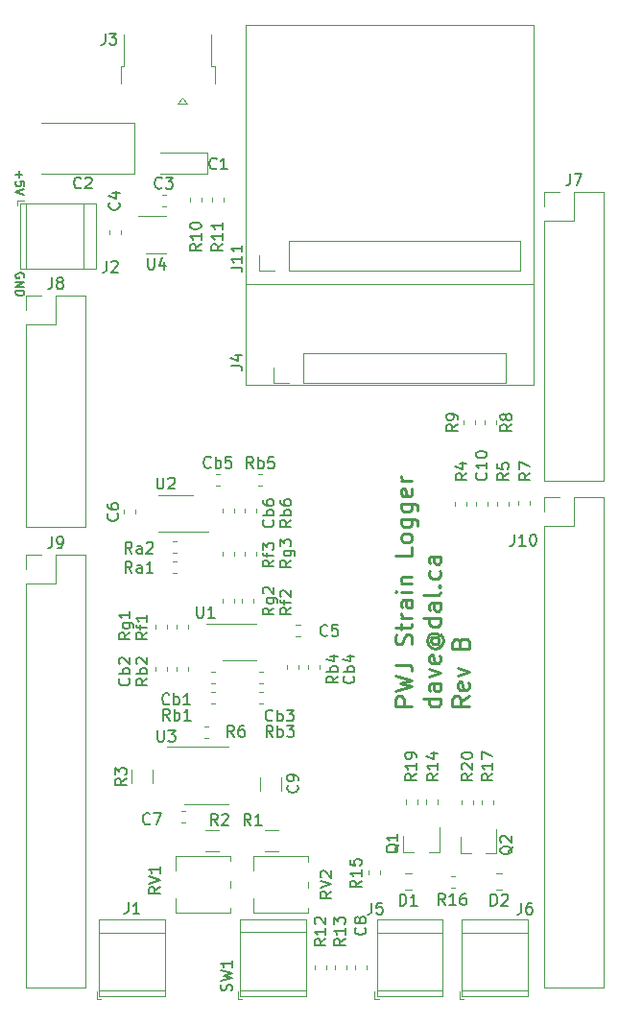
<source format=gto>
G04 #@! TF.GenerationSoftware,KiCad,Pcbnew,(5.1.5-0)*
G04 #@! TF.CreationDate,2021-06-24T11:38:46-03:00*
G04 #@! TF.ProjectId,pwjsignal,70776a73-6967-46e6-916c-2e6b69636164,rev?*
G04 #@! TF.SameCoordinates,Original*
G04 #@! TF.FileFunction,Legend,Top*
G04 #@! TF.FilePolarity,Positive*
%FSLAX46Y46*%
G04 Gerber Fmt 4.6, Leading zero omitted, Abs format (unit mm)*
G04 Created by KiCad (PCBNEW (5.1.5-0)) date 2021-06-24 11:38:46*
%MOMM*%
%LPD*%
G04 APERTURE LIST*
%ADD10C,0.190500*%
%ADD11C,0.254000*%
%ADD12C,0.120000*%
%ADD13C,0.150000*%
G04 APERTURE END LIST*
D10*
X128016000Y-63173428D02*
X128052285Y-63100857D01*
X128052285Y-62992000D01*
X128016000Y-62883142D01*
X127943428Y-62810571D01*
X127870857Y-62774285D01*
X127725714Y-62738000D01*
X127616857Y-62738000D01*
X127471714Y-62774285D01*
X127399142Y-62810571D01*
X127326571Y-62883142D01*
X127290285Y-62992000D01*
X127290285Y-63064571D01*
X127326571Y-63173428D01*
X127362857Y-63209714D01*
X127616857Y-63209714D01*
X127616857Y-63064571D01*
X127290285Y-63536285D02*
X128052285Y-63536285D01*
X127290285Y-63971714D01*
X128052285Y-63971714D01*
X127290285Y-64334571D02*
X128052285Y-64334571D01*
X128052285Y-64516000D01*
X128016000Y-64624857D01*
X127943428Y-64697428D01*
X127870857Y-64733714D01*
X127725714Y-64770000D01*
X127616857Y-64770000D01*
X127471714Y-64733714D01*
X127399142Y-64697428D01*
X127326571Y-64624857D01*
X127290285Y-64516000D01*
X127290285Y-64334571D01*
X127580571Y-53757285D02*
X127580571Y-54337857D01*
X127290285Y-54047571D02*
X127870857Y-54047571D01*
X128052285Y-55063571D02*
X128052285Y-54700714D01*
X127689428Y-54664428D01*
X127725714Y-54700714D01*
X127762000Y-54773285D01*
X127762000Y-54954714D01*
X127725714Y-55027285D01*
X127689428Y-55063571D01*
X127616857Y-55099857D01*
X127435428Y-55099857D01*
X127362857Y-55063571D01*
X127326571Y-55027285D01*
X127290285Y-54954714D01*
X127290285Y-54773285D01*
X127326571Y-54700714D01*
X127362857Y-54664428D01*
X128052285Y-55317571D02*
X127290285Y-55571571D01*
X128052285Y-55825571D01*
D11*
X162258571Y-100950757D02*
X160758571Y-100950757D01*
X160758571Y-100379328D01*
X160830000Y-100236471D01*
X160901428Y-100165042D01*
X161044285Y-100093614D01*
X161258571Y-100093614D01*
X161401428Y-100165042D01*
X161472857Y-100236471D01*
X161544285Y-100379328D01*
X161544285Y-100950757D01*
X160758571Y-99593614D02*
X162258571Y-99236471D01*
X161187142Y-98950757D01*
X162258571Y-98665042D01*
X160758571Y-98307900D01*
X160758571Y-97307900D02*
X161830000Y-97307900D01*
X162044285Y-97379328D01*
X162187142Y-97522185D01*
X162258571Y-97736471D01*
X162258571Y-97879328D01*
X162187142Y-95522185D02*
X162258571Y-95307900D01*
X162258571Y-94950757D01*
X162187142Y-94807900D01*
X162115714Y-94736471D01*
X161972857Y-94665042D01*
X161830000Y-94665042D01*
X161687142Y-94736471D01*
X161615714Y-94807900D01*
X161544285Y-94950757D01*
X161472857Y-95236471D01*
X161401428Y-95379328D01*
X161330000Y-95450757D01*
X161187142Y-95522185D01*
X161044285Y-95522185D01*
X160901428Y-95450757D01*
X160830000Y-95379328D01*
X160758571Y-95236471D01*
X160758571Y-94879328D01*
X160830000Y-94665042D01*
X161258571Y-94236471D02*
X161258571Y-93665042D01*
X160758571Y-94022185D02*
X162044285Y-94022185D01*
X162187142Y-93950757D01*
X162258571Y-93807900D01*
X162258571Y-93665042D01*
X162258571Y-93165042D02*
X161258571Y-93165042D01*
X161544285Y-93165042D02*
X161401428Y-93093614D01*
X161330000Y-93022185D01*
X161258571Y-92879328D01*
X161258571Y-92736471D01*
X162258571Y-91593614D02*
X161472857Y-91593614D01*
X161330000Y-91665042D01*
X161258571Y-91807900D01*
X161258571Y-92093614D01*
X161330000Y-92236471D01*
X162187142Y-91593614D02*
X162258571Y-91736471D01*
X162258571Y-92093614D01*
X162187142Y-92236471D01*
X162044285Y-92307900D01*
X161901428Y-92307900D01*
X161758571Y-92236471D01*
X161687142Y-92093614D01*
X161687142Y-91736471D01*
X161615714Y-91593614D01*
X162258571Y-90879328D02*
X161258571Y-90879328D01*
X160758571Y-90879328D02*
X160830000Y-90950757D01*
X160901428Y-90879328D01*
X160830000Y-90807900D01*
X160758571Y-90879328D01*
X160901428Y-90879328D01*
X161258571Y-90165042D02*
X162258571Y-90165042D01*
X161401428Y-90165042D02*
X161330000Y-90093614D01*
X161258571Y-89950757D01*
X161258571Y-89736471D01*
X161330000Y-89593614D01*
X161472857Y-89522185D01*
X162258571Y-89522185D01*
X162258571Y-86950757D02*
X162258571Y-87665042D01*
X160758571Y-87665042D01*
X162258571Y-86236471D02*
X162187142Y-86379328D01*
X162115714Y-86450757D01*
X161972857Y-86522185D01*
X161544285Y-86522185D01*
X161401428Y-86450757D01*
X161330000Y-86379328D01*
X161258571Y-86236471D01*
X161258571Y-86022185D01*
X161330000Y-85879328D01*
X161401428Y-85807900D01*
X161544285Y-85736471D01*
X161972857Y-85736471D01*
X162115714Y-85807900D01*
X162187142Y-85879328D01*
X162258571Y-86022185D01*
X162258571Y-86236471D01*
X161258571Y-84450757D02*
X162472857Y-84450757D01*
X162615714Y-84522185D01*
X162687142Y-84593614D01*
X162758571Y-84736471D01*
X162758571Y-84950757D01*
X162687142Y-85093614D01*
X162187142Y-84450757D02*
X162258571Y-84593614D01*
X162258571Y-84879328D01*
X162187142Y-85022185D01*
X162115714Y-85093614D01*
X161972857Y-85165042D01*
X161544285Y-85165042D01*
X161401428Y-85093614D01*
X161330000Y-85022185D01*
X161258571Y-84879328D01*
X161258571Y-84593614D01*
X161330000Y-84450757D01*
X161258571Y-83093614D02*
X162472857Y-83093614D01*
X162615714Y-83165042D01*
X162687142Y-83236471D01*
X162758571Y-83379328D01*
X162758571Y-83593614D01*
X162687142Y-83736471D01*
X162187142Y-83093614D02*
X162258571Y-83236471D01*
X162258571Y-83522185D01*
X162187142Y-83665042D01*
X162115714Y-83736471D01*
X161972857Y-83807900D01*
X161544285Y-83807900D01*
X161401428Y-83736471D01*
X161330000Y-83665042D01*
X161258571Y-83522185D01*
X161258571Y-83236471D01*
X161330000Y-83093614D01*
X162187142Y-81807900D02*
X162258571Y-81950757D01*
X162258571Y-82236471D01*
X162187142Y-82379328D01*
X162044285Y-82450757D01*
X161472857Y-82450757D01*
X161330000Y-82379328D01*
X161258571Y-82236471D01*
X161258571Y-81950757D01*
X161330000Y-81807900D01*
X161472857Y-81736471D01*
X161615714Y-81736471D01*
X161758571Y-82450757D01*
X162258571Y-81093614D02*
X161258571Y-81093614D01*
X161544285Y-81093614D02*
X161401428Y-81022185D01*
X161330000Y-80950757D01*
X161258571Y-80807900D01*
X161258571Y-80665042D01*
X164762571Y-100307900D02*
X163262571Y-100307900D01*
X164691142Y-100307900D02*
X164762571Y-100450757D01*
X164762571Y-100736471D01*
X164691142Y-100879328D01*
X164619714Y-100950757D01*
X164476857Y-101022185D01*
X164048285Y-101022185D01*
X163905428Y-100950757D01*
X163834000Y-100879328D01*
X163762571Y-100736471D01*
X163762571Y-100450757D01*
X163834000Y-100307900D01*
X164762571Y-98950757D02*
X163976857Y-98950757D01*
X163834000Y-99022185D01*
X163762571Y-99165042D01*
X163762571Y-99450757D01*
X163834000Y-99593614D01*
X164691142Y-98950757D02*
X164762571Y-99093614D01*
X164762571Y-99450757D01*
X164691142Y-99593614D01*
X164548285Y-99665042D01*
X164405428Y-99665042D01*
X164262571Y-99593614D01*
X164191142Y-99450757D01*
X164191142Y-99093614D01*
X164119714Y-98950757D01*
X163762571Y-98379328D02*
X164762571Y-98022185D01*
X163762571Y-97665042D01*
X164691142Y-96522185D02*
X164762571Y-96665042D01*
X164762571Y-96950757D01*
X164691142Y-97093614D01*
X164548285Y-97165042D01*
X163976857Y-97165042D01*
X163834000Y-97093614D01*
X163762571Y-96950757D01*
X163762571Y-96665042D01*
X163834000Y-96522185D01*
X163976857Y-96450757D01*
X164119714Y-96450757D01*
X164262571Y-97165042D01*
X164048285Y-94879328D02*
X163976857Y-94950757D01*
X163905428Y-95093614D01*
X163905428Y-95236471D01*
X163976857Y-95379328D01*
X164048285Y-95450757D01*
X164191142Y-95522185D01*
X164334000Y-95522185D01*
X164476857Y-95450757D01*
X164548285Y-95379328D01*
X164619714Y-95236471D01*
X164619714Y-95093614D01*
X164548285Y-94950757D01*
X164476857Y-94879328D01*
X163905428Y-94879328D02*
X164476857Y-94879328D01*
X164548285Y-94807900D01*
X164548285Y-94736471D01*
X164476857Y-94593614D01*
X164334000Y-94522185D01*
X163976857Y-94522185D01*
X163762571Y-94665042D01*
X163619714Y-94879328D01*
X163548285Y-95165042D01*
X163619714Y-95450757D01*
X163762571Y-95665042D01*
X163976857Y-95807900D01*
X164262571Y-95879328D01*
X164548285Y-95807900D01*
X164762571Y-95665042D01*
X164905428Y-95450757D01*
X164976857Y-95165042D01*
X164905428Y-94879328D01*
X164762571Y-94665042D01*
X164762571Y-93236471D02*
X163262571Y-93236471D01*
X164691142Y-93236471D02*
X164762571Y-93379328D01*
X164762571Y-93665042D01*
X164691142Y-93807900D01*
X164619714Y-93879328D01*
X164476857Y-93950757D01*
X164048285Y-93950757D01*
X163905428Y-93879328D01*
X163834000Y-93807900D01*
X163762571Y-93665042D01*
X163762571Y-93379328D01*
X163834000Y-93236471D01*
X164762571Y-91879328D02*
X163976857Y-91879328D01*
X163834000Y-91950757D01*
X163762571Y-92093614D01*
X163762571Y-92379328D01*
X163834000Y-92522185D01*
X164691142Y-91879328D02*
X164762571Y-92022185D01*
X164762571Y-92379328D01*
X164691142Y-92522185D01*
X164548285Y-92593614D01*
X164405428Y-92593614D01*
X164262571Y-92522185D01*
X164191142Y-92379328D01*
X164191142Y-92022185D01*
X164119714Y-91879328D01*
X164762571Y-90950757D02*
X164691142Y-91093614D01*
X164548285Y-91165042D01*
X163262571Y-91165042D01*
X164619714Y-90379328D02*
X164691142Y-90307900D01*
X164762571Y-90379328D01*
X164691142Y-90450757D01*
X164619714Y-90379328D01*
X164762571Y-90379328D01*
X164691142Y-89022185D02*
X164762571Y-89165042D01*
X164762571Y-89450757D01*
X164691142Y-89593614D01*
X164619714Y-89665042D01*
X164476857Y-89736471D01*
X164048285Y-89736471D01*
X163905428Y-89665042D01*
X163834000Y-89593614D01*
X163762571Y-89450757D01*
X163762571Y-89165042D01*
X163834000Y-89022185D01*
X164762571Y-87736471D02*
X163976857Y-87736471D01*
X163834000Y-87807900D01*
X163762571Y-87950757D01*
X163762571Y-88236471D01*
X163834000Y-88379328D01*
X164691142Y-87736471D02*
X164762571Y-87879328D01*
X164762571Y-88236471D01*
X164691142Y-88379328D01*
X164548285Y-88450757D01*
X164405428Y-88450757D01*
X164262571Y-88379328D01*
X164191142Y-88236471D01*
X164191142Y-87879328D01*
X164119714Y-87736471D01*
X167266571Y-100093614D02*
X166552285Y-100593614D01*
X167266571Y-100950757D02*
X165766571Y-100950757D01*
X165766571Y-100379328D01*
X165838000Y-100236471D01*
X165909428Y-100165042D01*
X166052285Y-100093614D01*
X166266571Y-100093614D01*
X166409428Y-100165042D01*
X166480857Y-100236471D01*
X166552285Y-100379328D01*
X166552285Y-100950757D01*
X167195142Y-98879328D02*
X167266571Y-99022185D01*
X167266571Y-99307900D01*
X167195142Y-99450757D01*
X167052285Y-99522185D01*
X166480857Y-99522185D01*
X166338000Y-99450757D01*
X166266571Y-99307900D01*
X166266571Y-99022185D01*
X166338000Y-98879328D01*
X166480857Y-98807900D01*
X166623714Y-98807900D01*
X166766571Y-99522185D01*
X166266571Y-98307900D02*
X167266571Y-97950757D01*
X166266571Y-97593614D01*
X166480857Y-95379328D02*
X166552285Y-95165042D01*
X166623714Y-95093614D01*
X166766571Y-95022185D01*
X166980857Y-95022185D01*
X167123714Y-95093614D01*
X167195142Y-95165042D01*
X167266571Y-95307900D01*
X167266571Y-95879328D01*
X165766571Y-95879328D01*
X165766571Y-95379328D01*
X165838000Y-95236471D01*
X165909428Y-95165042D01*
X166052285Y-95093614D01*
X166195142Y-95093614D01*
X166338000Y-95165042D01*
X166409428Y-95236471D01*
X166480857Y-95379328D01*
X166480857Y-95879328D01*
D12*
X142209367Y-110234000D02*
X141866833Y-110234000D01*
X142209367Y-111254000D02*
X141866833Y-111254000D01*
X144092700Y-104526400D02*
X140642700Y-104526400D01*
X144092700Y-104526400D02*
X146042700Y-104526400D01*
X144092700Y-109646400D02*
X142142700Y-109646400D01*
X144092700Y-109646400D02*
X146042700Y-109646400D01*
X148252800Y-114560300D02*
X148252800Y-115460300D01*
X148252800Y-114560300D02*
X148252800Y-115460300D01*
X148252800Y-114560300D02*
X148252800Y-114560300D01*
X153092800Y-118740300D02*
X153092800Y-119220300D01*
X153092800Y-116440300D02*
X153092800Y-116960300D01*
X153092800Y-114180300D02*
X153092800Y-114660300D01*
X148252800Y-117940300D02*
X148252800Y-119220300D01*
X148252800Y-114180300D02*
X148252800Y-115460300D01*
X148252800Y-119220300D02*
X153092800Y-119220300D01*
X148252800Y-114180300D02*
X153092800Y-114180300D01*
X144304867Y-102753700D02*
X143962333Y-102753700D01*
X144304867Y-103773700D02*
X143962333Y-103773700D01*
X150681100Y-108437764D02*
X150681100Y-107233636D01*
X148861100Y-108437764D02*
X148861100Y-107233636D01*
X152654000Y-69790000D02*
X170494000Y-69790000D01*
X170494000Y-72450000D02*
X170494000Y-69790000D01*
X152654000Y-72450000D02*
X152654000Y-69790000D01*
X151384000Y-72450000D02*
X150054000Y-72450000D01*
X152654000Y-72450000D02*
X170494000Y-72450000D01*
X150054000Y-72450000D02*
X150054000Y-71120000D01*
X172974000Y-72644000D02*
X160274000Y-72644000D01*
X172974000Y-40894000D02*
X172974000Y-72644000D01*
X147574000Y-40894000D02*
X172974000Y-40894000D01*
X147574000Y-72644000D02*
X147574000Y-40894000D01*
X160274000Y-72644000D02*
X147574000Y-72644000D01*
X146857000Y-126774600D02*
X147257000Y-126774600D01*
X146857000Y-126134600D02*
X146857000Y-126774600D01*
X152877000Y-119794600D02*
X152877000Y-126534600D01*
X147097000Y-119794600D02*
X147097000Y-126534600D01*
X147097000Y-126534600D02*
X152877000Y-126534600D01*
X147097000Y-119794600D02*
X152877000Y-119794600D01*
X147097000Y-120914600D02*
X152877000Y-120914600D01*
X147097000Y-126014600D02*
X152877000Y-126014600D01*
X158922000Y-126800000D02*
X159322000Y-126800000D01*
X158922000Y-126160000D02*
X158922000Y-126800000D01*
X164942000Y-119820000D02*
X164942000Y-126560000D01*
X159162000Y-119820000D02*
X159162000Y-126560000D01*
X159162000Y-126560000D02*
X164942000Y-126560000D01*
X159162000Y-119820000D02*
X164942000Y-119820000D01*
X159162000Y-120940000D02*
X164942000Y-120940000D01*
X159162000Y-126040000D02*
X164942000Y-126040000D01*
X148698133Y-81485200D02*
X149040667Y-81485200D01*
X148698133Y-80465200D02*
X149040667Y-80465200D01*
X141142933Y-86383400D02*
X141485467Y-86383400D01*
X141142933Y-87403400D02*
X141485467Y-87403400D01*
X141376400Y-82324300D02*
X139876400Y-82324300D01*
X141376400Y-82324300D02*
X142876400Y-82324300D01*
X141376400Y-85544300D02*
X139876400Y-85544300D01*
X141376400Y-85544300D02*
X144301400Y-85544300D01*
X141485467Y-88212200D02*
X141142933Y-88212200D01*
X141485467Y-89232200D02*
X141142933Y-89232200D01*
X147470400Y-83915067D02*
X147470400Y-83572533D01*
X148490400Y-83915067D02*
X148490400Y-83572533D01*
X146521900Y-87711067D02*
X146521900Y-87368533D01*
X145501900Y-87711067D02*
X145501900Y-87368533D01*
X147470400Y-87382533D02*
X147470400Y-87725067D01*
X148490400Y-87382533D02*
X148490400Y-87725067D01*
X137811000Y-83648733D02*
X137811000Y-83991267D01*
X136791000Y-83648733D02*
X136791000Y-83991267D01*
X145270067Y-81485200D02*
X144927533Y-81485200D01*
X145270067Y-80465200D02*
X144927533Y-80465200D01*
X145501900Y-83915067D02*
X145501900Y-83572533D01*
X146521900Y-83915067D02*
X146521900Y-83572533D01*
X128210000Y-125790000D02*
X133410000Y-125790000D01*
X128210000Y-90170000D02*
X128210000Y-125790000D01*
X133410000Y-87570000D02*
X133410000Y-125790000D01*
X128210000Y-90170000D02*
X130810000Y-90170000D01*
X130810000Y-90170000D02*
X130810000Y-87570000D01*
X130810000Y-87570000D02*
X133410000Y-87570000D01*
X128210000Y-88900000D02*
X128210000Y-87570000D01*
X128210000Y-87570000D02*
X129540000Y-87570000D01*
X173930000Y-125790000D02*
X179130000Y-125790000D01*
X173930000Y-85090000D02*
X173930000Y-125790000D01*
X179130000Y-82490000D02*
X179130000Y-125790000D01*
X173930000Y-85090000D02*
X176530000Y-85090000D01*
X176530000Y-85090000D02*
X176530000Y-82490000D01*
X176530000Y-82490000D02*
X179130000Y-82490000D01*
X173930000Y-83820000D02*
X173930000Y-82490000D01*
X173930000Y-82490000D02*
X175260000Y-82490000D01*
X140555767Y-55878000D02*
X140213233Y-55878000D01*
X140555767Y-56898000D02*
X140213233Y-56898000D01*
X136527000Y-59010733D02*
X136527000Y-59353267D01*
X135507000Y-59010733D02*
X135507000Y-59353267D01*
X152011533Y-93774800D02*
X152354067Y-93774800D01*
X152011533Y-94794800D02*
X152354067Y-94794800D01*
X157224000Y-124213467D02*
X157224000Y-123870933D01*
X158244000Y-124213467D02*
X158244000Y-123870933D01*
X167892000Y-82964233D02*
X167892000Y-83306767D01*
X168912000Y-82964233D02*
X168912000Y-83306767D01*
X144481733Y-98985800D02*
X144824267Y-98985800D01*
X144481733Y-97965800D02*
X144824267Y-97965800D01*
X140616400Y-97517133D02*
X140616400Y-97859667D01*
X139596400Y-97517133D02*
X139596400Y-97859667D01*
X149064767Y-97902300D02*
X148722233Y-97902300D01*
X149064767Y-98922300D02*
X148722233Y-98922300D01*
X154053000Y-97366033D02*
X154053000Y-97708567D01*
X153033000Y-97366033D02*
X153033000Y-97708567D01*
X162177252Y-115749000D02*
X161654748Y-115749000D01*
X162177252Y-117169000D02*
X161654748Y-117169000D01*
X170196252Y-117169000D02*
X169673748Y-117169000D01*
X170196252Y-115749000D02*
X169673748Y-115749000D01*
X134651000Y-126040000D02*
X140431000Y-126040000D01*
X134651000Y-120940000D02*
X140431000Y-120940000D01*
X134651000Y-119820000D02*
X140431000Y-119820000D01*
X134651000Y-126560000D02*
X140431000Y-126560000D01*
X134651000Y-119820000D02*
X134651000Y-126560000D01*
X140431000Y-119820000D02*
X140431000Y-126560000D01*
X134411000Y-126160000D02*
X134411000Y-126800000D01*
X134411000Y-126800000D02*
X134811000Y-126800000D01*
X128150500Y-56609500D02*
X128150500Y-62389500D01*
X133250500Y-56609500D02*
X133250500Y-62389500D01*
X134370500Y-56609500D02*
X134370500Y-62389500D01*
X127630500Y-56609500D02*
X127630500Y-62389500D01*
X134370500Y-56609500D02*
X127630500Y-56609500D01*
X134370500Y-62389500D02*
X127630500Y-62389500D01*
X128030500Y-56369500D02*
X127390500Y-56369500D01*
X127390500Y-56369500D02*
X127390500Y-56769500D01*
X144836000Y-44528000D02*
X144836000Y-46078000D01*
X144836000Y-44528000D02*
X144536000Y-44528000D01*
X144536000Y-41728000D02*
X144536000Y-44528000D01*
X136536000Y-44528000D02*
X136536000Y-46078000D01*
X136836000Y-44528000D02*
X136536000Y-44528000D01*
X136836000Y-41728000D02*
X136836000Y-44528000D01*
X141586000Y-47778000D02*
X141986000Y-47328000D01*
X142386000Y-47778000D02*
X141586000Y-47778000D01*
X141986000Y-47328000D02*
X142386000Y-47778000D01*
X166655000Y-126040000D02*
X172435000Y-126040000D01*
X166655000Y-120940000D02*
X172435000Y-120940000D01*
X166655000Y-119820000D02*
X172435000Y-119820000D01*
X166655000Y-126560000D02*
X172435000Y-126560000D01*
X166655000Y-119820000D02*
X166655000Y-126560000D01*
X172435000Y-119820000D02*
X172435000Y-126560000D01*
X166415000Y-126160000D02*
X166415000Y-126800000D01*
X166415000Y-126800000D02*
X166815000Y-126800000D01*
X173930000Y-81090000D02*
X179130000Y-81090000D01*
X173930000Y-58170000D02*
X173930000Y-81090000D01*
X179130000Y-55570000D02*
X179130000Y-81090000D01*
X173930000Y-58170000D02*
X176530000Y-58170000D01*
X176530000Y-58170000D02*
X176530000Y-55570000D01*
X176530000Y-55570000D02*
X179130000Y-55570000D01*
X173930000Y-56900000D02*
X173930000Y-55570000D01*
X173930000Y-55570000D02*
X175260000Y-55570000D01*
X128210000Y-85150000D02*
X133410000Y-85150000D01*
X128210000Y-67310000D02*
X128210000Y-85150000D01*
X133410000Y-64710000D02*
X133410000Y-85150000D01*
X128210000Y-67310000D02*
X130810000Y-67310000D01*
X130810000Y-67310000D02*
X130810000Y-64710000D01*
X130810000Y-64710000D02*
X133410000Y-64710000D01*
X128210000Y-66040000D02*
X128210000Y-64710000D01*
X128210000Y-64710000D02*
X129540000Y-64710000D01*
X161485500Y-113837500D02*
X162415500Y-113837500D01*
X164645500Y-113837500D02*
X163715500Y-113837500D01*
X164645500Y-113837500D02*
X164645500Y-111677500D01*
X161485500Y-113837500D02*
X161485500Y-112377500D01*
X166504500Y-113980500D02*
X166504500Y-112520500D01*
X169664500Y-113980500D02*
X169664500Y-111820500D01*
X169664500Y-113980500D02*
X168734500Y-113980500D01*
X166504500Y-113980500D02*
X167434500Y-113980500D01*
X167070500Y-82964233D02*
X167070500Y-83306767D01*
X166050500Y-82964233D02*
X166050500Y-83306767D01*
X170753500Y-83292767D02*
X170753500Y-82950233D01*
X169733500Y-83292767D02*
X169733500Y-82950233D01*
X172658500Y-83229267D02*
X172658500Y-82886733D01*
X171638500Y-83229267D02*
X171638500Y-82886733D01*
X168654000Y-75774733D02*
X168654000Y-76117267D01*
X169674000Y-75774733D02*
X169674000Y-76117267D01*
X166749000Y-76117267D02*
X166749000Y-75774733D01*
X167769000Y-76117267D02*
X167769000Y-75774733D01*
X142619000Y-56103733D02*
X142619000Y-56446267D01*
X143639000Y-56103733D02*
X143639000Y-56446267D01*
X145607500Y-56089733D02*
X145607500Y-56432267D01*
X144587500Y-56089733D02*
X144587500Y-56432267D01*
X153668000Y-124213467D02*
X153668000Y-123870933D01*
X154688000Y-124213467D02*
X154688000Y-123870933D01*
X156466000Y-124213467D02*
X156466000Y-123870933D01*
X155446000Y-124213467D02*
X155446000Y-123870933D01*
X163510500Y-109581767D02*
X163510500Y-109239233D01*
X164530500Y-109581767D02*
X164530500Y-109239233D01*
X159412400Y-115500333D02*
X159412400Y-115842867D01*
X158392400Y-115500333D02*
X158392400Y-115842867D01*
X165704733Y-116969000D02*
X166047267Y-116969000D01*
X165704733Y-115949000D02*
X166047267Y-115949000D01*
X168400000Y-109302733D02*
X168400000Y-109645267D01*
X169420000Y-109302733D02*
X169420000Y-109645267D01*
X161669000Y-109581767D02*
X161669000Y-109239233D01*
X162689000Y-109581767D02*
X162689000Y-109239233D01*
X167611501Y-109640268D02*
X167611501Y-109297734D01*
X166591501Y-109640268D02*
X166591501Y-109297734D01*
X144495733Y-100763800D02*
X144838267Y-100763800D01*
X144495733Y-99743800D02*
X144838267Y-99743800D01*
X142470600Y-97517133D02*
X142470600Y-97859667D01*
X141450600Y-97517133D02*
X141450600Y-97859667D01*
X149078767Y-99743800D02*
X148736233Y-99743800D01*
X149078767Y-100763800D02*
X148736233Y-100763800D01*
X152211500Y-97352033D02*
X152211500Y-97694567D01*
X151191500Y-97352033D02*
X151191500Y-97694567D01*
X142470600Y-93784633D02*
X142470600Y-94127167D01*
X141450600Y-93784633D02*
X141450600Y-94127167D01*
X148287200Y-91511333D02*
X148287200Y-91853867D01*
X147267200Y-91511333D02*
X147267200Y-91853867D01*
X140641800Y-94127167D02*
X140641800Y-93784633D01*
X139621800Y-94127167D02*
X139621800Y-93784633D01*
X145514600Y-91853867D02*
X145514600Y-91511333D01*
X146534600Y-91853867D02*
X146534600Y-91511333D01*
X141369400Y-114167600D02*
X146209400Y-114167600D01*
X141369400Y-119207600D02*
X146209400Y-119207600D01*
X141369400Y-114167600D02*
X141369400Y-115447600D01*
X141369400Y-117927600D02*
X141369400Y-119207600D01*
X146209400Y-114167600D02*
X146209400Y-114647600D01*
X146209400Y-116427600D02*
X146209400Y-116947600D01*
X146209400Y-118727600D02*
X146209400Y-119207600D01*
X141369400Y-114547600D02*
X141369400Y-114547600D01*
X141369400Y-114547600D02*
X141369400Y-115447600D01*
X141369400Y-114547600D02*
X141369400Y-115447600D01*
X138736500Y-60982500D02*
X140536500Y-60982500D01*
X140536500Y-57762500D02*
X138086500Y-57762500D01*
X147002500Y-96910800D02*
X148502500Y-96910800D01*
X147002500Y-96910800D02*
X145502500Y-96910800D01*
X147002500Y-93690800D02*
X148502500Y-93690800D01*
X147002500Y-93690800D02*
X144077500Y-93690800D01*
X140068500Y-54021000D02*
X144153500Y-54021000D01*
X144153500Y-54021000D02*
X144153500Y-52151000D01*
X144153500Y-52151000D02*
X140068500Y-52151000D01*
X129548000Y-54012500D02*
X137783000Y-54012500D01*
X137783000Y-54012500D02*
X137783000Y-49492500D01*
X137783000Y-49492500D02*
X129548000Y-49492500D01*
X150489064Y-113736800D02*
X149284936Y-113736800D01*
X150489064Y-111916800D02*
X149284936Y-111916800D01*
X145191564Y-113736800D02*
X143987436Y-113736800D01*
X145191564Y-111916800D02*
X143987436Y-111916800D01*
X139314600Y-107801164D02*
X139314600Y-106597036D01*
X137494600Y-107801164D02*
X137494600Y-106597036D01*
X151384000Y-62544000D02*
X151384000Y-59884000D01*
X151384000Y-59884000D02*
X171764000Y-59884000D01*
X151384000Y-62544000D02*
X171764000Y-62544000D01*
X171764000Y-62544000D02*
X171764000Y-59884000D01*
X148784000Y-62544000D02*
X148784000Y-61214000D01*
X150114000Y-62544000D02*
X148784000Y-62544000D01*
X160274000Y-63754000D02*
X147574000Y-63754000D01*
X147574000Y-63754000D02*
X147574000Y-40894000D01*
X147574000Y-40894000D02*
X172974000Y-40894000D01*
X172974000Y-40894000D02*
X172974000Y-63754000D01*
X172974000Y-63754000D02*
X160274000Y-63754000D01*
D13*
X139114233Y-111317042D02*
X139066614Y-111364661D01*
X138923757Y-111412280D01*
X138828519Y-111412280D01*
X138685661Y-111364661D01*
X138590423Y-111269423D01*
X138542804Y-111174185D01*
X138495185Y-110983709D01*
X138495185Y-110840852D01*
X138542804Y-110650376D01*
X138590423Y-110555138D01*
X138685661Y-110459900D01*
X138828519Y-110412280D01*
X138923757Y-110412280D01*
X139066614Y-110459900D01*
X139114233Y-110507519D01*
X139447566Y-110412280D02*
X140114233Y-110412280D01*
X139685661Y-111412280D01*
X139788995Y-103097080D02*
X139788995Y-103906604D01*
X139836614Y-104001842D01*
X139884233Y-104049461D01*
X139979471Y-104097080D01*
X140169947Y-104097080D01*
X140265185Y-104049461D01*
X140312804Y-104001842D01*
X140360423Y-103906604D01*
X140360423Y-103097080D01*
X140741376Y-103097080D02*
X141360423Y-103097080D01*
X141027090Y-103478033D01*
X141169947Y-103478033D01*
X141265185Y-103525652D01*
X141312804Y-103573271D01*
X141360423Y-103668509D01*
X141360423Y-103906604D01*
X141312804Y-104001842D01*
X141265185Y-104049461D01*
X141169947Y-104097080D01*
X140884233Y-104097080D01*
X140788995Y-104049461D01*
X140741376Y-104001842D01*
X155138380Y-117308238D02*
X154662190Y-117641571D01*
X155138380Y-117879666D02*
X154138380Y-117879666D01*
X154138380Y-117498714D01*
X154186000Y-117403476D01*
X154233619Y-117355857D01*
X154328857Y-117308238D01*
X154471714Y-117308238D01*
X154566952Y-117355857D01*
X154614571Y-117403476D01*
X154662190Y-117498714D01*
X154662190Y-117879666D01*
X154138380Y-117022523D02*
X155138380Y-116689190D01*
X154138380Y-116355857D01*
X154233619Y-116070142D02*
X154186000Y-116022523D01*
X154138380Y-115927285D01*
X154138380Y-115689190D01*
X154186000Y-115593952D01*
X154233619Y-115546333D01*
X154328857Y-115498714D01*
X154424095Y-115498714D01*
X154566952Y-115546333D01*
X155138380Y-116117761D01*
X155138380Y-115498714D01*
X146543733Y-103665280D02*
X146210400Y-103189090D01*
X145972304Y-103665280D02*
X145972304Y-102665280D01*
X146353257Y-102665280D01*
X146448495Y-102712900D01*
X146496114Y-102760519D01*
X146543733Y-102855757D01*
X146543733Y-102998614D01*
X146496114Y-103093852D01*
X146448495Y-103141471D01*
X146353257Y-103189090D01*
X145972304Y-103189090D01*
X147400876Y-102665280D02*
X147210400Y-102665280D01*
X147115161Y-102712900D01*
X147067542Y-102760519D01*
X146972304Y-102903376D01*
X146924685Y-103093852D01*
X146924685Y-103474804D01*
X146972304Y-103570042D01*
X147019923Y-103617661D01*
X147115161Y-103665280D01*
X147305638Y-103665280D01*
X147400876Y-103617661D01*
X147448495Y-103570042D01*
X147496114Y-103474804D01*
X147496114Y-103236709D01*
X147448495Y-103141471D01*
X147400876Y-103093852D01*
X147305638Y-103046233D01*
X147115161Y-103046233D01*
X147019923Y-103093852D01*
X146972304Y-103141471D01*
X146924685Y-103236709D01*
X152122142Y-107964266D02*
X152169761Y-108011885D01*
X152217380Y-108154742D01*
X152217380Y-108249980D01*
X152169761Y-108392838D01*
X152074523Y-108488076D01*
X151979285Y-108535695D01*
X151788809Y-108583314D01*
X151645952Y-108583314D01*
X151455476Y-108535695D01*
X151360238Y-108488076D01*
X151265000Y-108392838D01*
X151217380Y-108249980D01*
X151217380Y-108154742D01*
X151265000Y-108011885D01*
X151312619Y-107964266D01*
X152217380Y-107488076D02*
X152217380Y-107297600D01*
X152169761Y-107202361D01*
X152122142Y-107154742D01*
X151979285Y-107059504D01*
X151788809Y-107011885D01*
X151407857Y-107011885D01*
X151312619Y-107059504D01*
X151265000Y-107107123D01*
X151217380Y-107202361D01*
X151217380Y-107392838D01*
X151265000Y-107488076D01*
X151312619Y-107535695D01*
X151407857Y-107583314D01*
X151645952Y-107583314D01*
X151741190Y-107535695D01*
X151788809Y-107488076D01*
X151836428Y-107392838D01*
X151836428Y-107202361D01*
X151788809Y-107107123D01*
X151741190Y-107059504D01*
X151645952Y-107011885D01*
X146264380Y-70945333D02*
X146978666Y-70945333D01*
X147121523Y-70992952D01*
X147216761Y-71088190D01*
X147264380Y-71231047D01*
X147264380Y-71326285D01*
X146597714Y-70040571D02*
X147264380Y-70040571D01*
X146216761Y-70278666D02*
X146931047Y-70516761D01*
X146931047Y-69897714D01*
X146315061Y-126072733D02*
X146362680Y-125929876D01*
X146362680Y-125691780D01*
X146315061Y-125596542D01*
X146267442Y-125548923D01*
X146172204Y-125501304D01*
X146076966Y-125501304D01*
X145981728Y-125548923D01*
X145934109Y-125596542D01*
X145886490Y-125691780D01*
X145838871Y-125882257D01*
X145791252Y-125977495D01*
X145743633Y-126025114D01*
X145648395Y-126072733D01*
X145553157Y-126072733D01*
X145457919Y-126025114D01*
X145410300Y-125977495D01*
X145362680Y-125882257D01*
X145362680Y-125644161D01*
X145410300Y-125501304D01*
X145362680Y-125167971D02*
X146362680Y-124929876D01*
X145648395Y-124739400D01*
X146362680Y-124548923D01*
X145362680Y-124310828D01*
X146362680Y-123406066D02*
X146362680Y-123977495D01*
X146362680Y-123691780D02*
X145362680Y-123691780D01*
X145505538Y-123787019D01*
X145600776Y-123882257D01*
X145648395Y-123977495D01*
X158670666Y-118324380D02*
X158670666Y-119038666D01*
X158623047Y-119181523D01*
X158527809Y-119276761D01*
X158384952Y-119324380D01*
X158289714Y-119324380D01*
X159623047Y-118324380D02*
X159146857Y-118324380D01*
X159099238Y-118800571D01*
X159146857Y-118752952D01*
X159242095Y-118705333D01*
X159480190Y-118705333D01*
X159575428Y-118752952D01*
X159623047Y-118800571D01*
X159670666Y-118895809D01*
X159670666Y-119133904D01*
X159623047Y-119229142D01*
X159575428Y-119276761D01*
X159480190Y-119324380D01*
X159242095Y-119324380D01*
X159146857Y-119276761D01*
X159099238Y-119229142D01*
X148250352Y-79997580D02*
X147917019Y-79521390D01*
X147678923Y-79997580D02*
X147678923Y-78997580D01*
X148059876Y-78997580D01*
X148155114Y-79045200D01*
X148202733Y-79092819D01*
X148250352Y-79188057D01*
X148250352Y-79330914D01*
X148202733Y-79426152D01*
X148155114Y-79473771D01*
X148059876Y-79521390D01*
X147678923Y-79521390D01*
X148678923Y-79997580D02*
X148678923Y-78997580D01*
X148678923Y-79378533D02*
X148774161Y-79330914D01*
X148964638Y-79330914D01*
X149059876Y-79378533D01*
X149107495Y-79426152D01*
X149155114Y-79521390D01*
X149155114Y-79807104D01*
X149107495Y-79902342D01*
X149059876Y-79949961D01*
X148964638Y-79997580D01*
X148774161Y-79997580D01*
X148678923Y-79949961D01*
X150059876Y-78997580D02*
X149583685Y-78997580D01*
X149536066Y-79473771D01*
X149583685Y-79426152D01*
X149678923Y-79378533D01*
X149917019Y-79378533D01*
X150012257Y-79426152D01*
X150059876Y-79473771D01*
X150107495Y-79569009D01*
X150107495Y-79807104D01*
X150059876Y-79902342D01*
X150012257Y-79949961D01*
X149917019Y-79997580D01*
X149678923Y-79997580D01*
X149583685Y-79949961D01*
X149536066Y-79902342D01*
X137531552Y-87498180D02*
X137198219Y-87021990D01*
X136960123Y-87498180D02*
X136960123Y-86498180D01*
X137341076Y-86498180D01*
X137436314Y-86545800D01*
X137483933Y-86593419D01*
X137531552Y-86688657D01*
X137531552Y-86831514D01*
X137483933Y-86926752D01*
X137436314Y-86974371D01*
X137341076Y-87021990D01*
X136960123Y-87021990D01*
X138388695Y-87498180D02*
X138388695Y-86974371D01*
X138341076Y-86879133D01*
X138245838Y-86831514D01*
X138055361Y-86831514D01*
X137960123Y-86879133D01*
X138388695Y-87450561D02*
X138293457Y-87498180D01*
X138055361Y-87498180D01*
X137960123Y-87450561D01*
X137912504Y-87355323D01*
X137912504Y-87260085D01*
X137960123Y-87164847D01*
X138055361Y-87117228D01*
X138293457Y-87117228D01*
X138388695Y-87069609D01*
X138817266Y-86593419D02*
X138864885Y-86545800D01*
X138960123Y-86498180D01*
X139198219Y-86498180D01*
X139293457Y-86545800D01*
X139341076Y-86593419D01*
X139388695Y-86688657D01*
X139388695Y-86783895D01*
X139341076Y-86926752D01*
X138769647Y-87498180D01*
X139388695Y-87498180D01*
X139750895Y-80808580D02*
X139750895Y-81618104D01*
X139798514Y-81713342D01*
X139846133Y-81760961D01*
X139941371Y-81808580D01*
X140131847Y-81808580D01*
X140227085Y-81760961D01*
X140274704Y-81713342D01*
X140322323Y-81618104D01*
X140322323Y-80808580D01*
X140750895Y-80903819D02*
X140798514Y-80856200D01*
X140893752Y-80808580D01*
X141131847Y-80808580D01*
X141227085Y-80856200D01*
X141274704Y-80903819D01*
X141322323Y-80999057D01*
X141322323Y-81094295D01*
X141274704Y-81237152D01*
X140703276Y-81808580D01*
X141322323Y-81808580D01*
X137531552Y-89199980D02*
X137198219Y-88723790D01*
X136960123Y-89199980D02*
X136960123Y-88199980D01*
X137341076Y-88199980D01*
X137436314Y-88247600D01*
X137483933Y-88295219D01*
X137531552Y-88390457D01*
X137531552Y-88533314D01*
X137483933Y-88628552D01*
X137436314Y-88676171D01*
X137341076Y-88723790D01*
X136960123Y-88723790D01*
X138388695Y-89199980D02*
X138388695Y-88676171D01*
X138341076Y-88580933D01*
X138245838Y-88533314D01*
X138055361Y-88533314D01*
X137960123Y-88580933D01*
X138388695Y-89152361D02*
X138293457Y-89199980D01*
X138055361Y-89199980D01*
X137960123Y-89152361D01*
X137912504Y-89057123D01*
X137912504Y-88961885D01*
X137960123Y-88866647D01*
X138055361Y-88819028D01*
X138293457Y-88819028D01*
X138388695Y-88771409D01*
X139388695Y-89199980D02*
X138817266Y-89199980D01*
X139102980Y-89199980D02*
X139102980Y-88199980D01*
X139007742Y-88342838D01*
X138912504Y-88438076D01*
X138817266Y-88485695D01*
X151582380Y-84553347D02*
X151106190Y-84886680D01*
X151582380Y-85124776D02*
X150582380Y-85124776D01*
X150582380Y-84743823D01*
X150630000Y-84648585D01*
X150677619Y-84600966D01*
X150772857Y-84553347D01*
X150915714Y-84553347D01*
X151010952Y-84600966D01*
X151058571Y-84648585D01*
X151106190Y-84743823D01*
X151106190Y-85124776D01*
X151582380Y-84124776D02*
X150582380Y-84124776D01*
X150963333Y-84124776D02*
X150915714Y-84029538D01*
X150915714Y-83839061D01*
X150963333Y-83743823D01*
X151010952Y-83696204D01*
X151106190Y-83648585D01*
X151391904Y-83648585D01*
X151487142Y-83696204D01*
X151534761Y-83743823D01*
X151582380Y-83839061D01*
X151582380Y-84029538D01*
X151534761Y-84124776D01*
X150582380Y-82791442D02*
X150582380Y-82981919D01*
X150630000Y-83077157D01*
X150677619Y-83124776D01*
X150820476Y-83220014D01*
X151010952Y-83267633D01*
X151391904Y-83267633D01*
X151487142Y-83220014D01*
X151534761Y-83172395D01*
X151582380Y-83077157D01*
X151582380Y-82886680D01*
X151534761Y-82791442D01*
X151487142Y-82743823D01*
X151391904Y-82696204D01*
X151153809Y-82696204D01*
X151058571Y-82743823D01*
X151010952Y-82791442D01*
X150963333Y-82886680D01*
X150963333Y-83077157D01*
X151010952Y-83172395D01*
X151058571Y-83220014D01*
X151153809Y-83267633D01*
X150058380Y-88082380D02*
X149582190Y-88415714D01*
X150058380Y-88653809D02*
X149058380Y-88653809D01*
X149058380Y-88272857D01*
X149106000Y-88177619D01*
X149153619Y-88130000D01*
X149248857Y-88082380D01*
X149391714Y-88082380D01*
X149486952Y-88130000D01*
X149534571Y-88177619D01*
X149582190Y-88272857D01*
X149582190Y-88653809D01*
X149391714Y-87796666D02*
X149391714Y-87415714D01*
X150058380Y-87653809D02*
X149201238Y-87653809D01*
X149106000Y-87606190D01*
X149058380Y-87510952D01*
X149058380Y-87415714D01*
X149058380Y-87177619D02*
X149058380Y-86558571D01*
X149439333Y-86891904D01*
X149439333Y-86749047D01*
X149486952Y-86653809D01*
X149534571Y-86606190D01*
X149629809Y-86558571D01*
X149867904Y-86558571D01*
X149963142Y-86606190D01*
X150010761Y-86653809D01*
X150058380Y-86749047D01*
X150058380Y-87034761D01*
X150010761Y-87130000D01*
X149963142Y-87177619D01*
X151582380Y-88109347D02*
X151106190Y-88442680D01*
X151582380Y-88680776D02*
X150582380Y-88680776D01*
X150582380Y-88299823D01*
X150630000Y-88204585D01*
X150677619Y-88156966D01*
X150772857Y-88109347D01*
X150915714Y-88109347D01*
X151010952Y-88156966D01*
X151058571Y-88204585D01*
X151106190Y-88299823D01*
X151106190Y-88680776D01*
X150915714Y-87252204D02*
X151725238Y-87252204D01*
X151820476Y-87299823D01*
X151868095Y-87347442D01*
X151915714Y-87442680D01*
X151915714Y-87585538D01*
X151868095Y-87680776D01*
X151534761Y-87252204D02*
X151582380Y-87347442D01*
X151582380Y-87537919D01*
X151534761Y-87633157D01*
X151487142Y-87680776D01*
X151391904Y-87728395D01*
X151106190Y-87728395D01*
X151010952Y-87680776D01*
X150963333Y-87633157D01*
X150915714Y-87537919D01*
X150915714Y-87347442D01*
X150963333Y-87252204D01*
X150582380Y-86871252D02*
X150582380Y-86252204D01*
X150963333Y-86585538D01*
X150963333Y-86442680D01*
X151010952Y-86347442D01*
X151058571Y-86299823D01*
X151153809Y-86252204D01*
X151391904Y-86252204D01*
X151487142Y-86299823D01*
X151534761Y-86347442D01*
X151582380Y-86442680D01*
X151582380Y-86728395D01*
X151534761Y-86823633D01*
X151487142Y-86871252D01*
X136247142Y-83986666D02*
X136294761Y-84034285D01*
X136342380Y-84177142D01*
X136342380Y-84272380D01*
X136294761Y-84415238D01*
X136199523Y-84510476D01*
X136104285Y-84558095D01*
X135913809Y-84605714D01*
X135770952Y-84605714D01*
X135580476Y-84558095D01*
X135485238Y-84510476D01*
X135390000Y-84415238D01*
X135342380Y-84272380D01*
X135342380Y-84177142D01*
X135390000Y-84034285D01*
X135437619Y-83986666D01*
X135342380Y-83129523D02*
X135342380Y-83320000D01*
X135390000Y-83415238D01*
X135437619Y-83462857D01*
X135580476Y-83558095D01*
X135770952Y-83605714D01*
X136151904Y-83605714D01*
X136247142Y-83558095D01*
X136294761Y-83510476D01*
X136342380Y-83415238D01*
X136342380Y-83224761D01*
X136294761Y-83129523D01*
X136247142Y-83081904D01*
X136151904Y-83034285D01*
X135913809Y-83034285D01*
X135818571Y-83081904D01*
X135770952Y-83129523D01*
X135723333Y-83224761D01*
X135723333Y-83415238D01*
X135770952Y-83510476D01*
X135818571Y-83558095D01*
X135913809Y-83605714D01*
X144479752Y-79871842D02*
X144432133Y-79919461D01*
X144289276Y-79967080D01*
X144194038Y-79967080D01*
X144051180Y-79919461D01*
X143955942Y-79824223D01*
X143908323Y-79728985D01*
X143860704Y-79538509D01*
X143860704Y-79395652D01*
X143908323Y-79205176D01*
X143955942Y-79109938D01*
X144051180Y-79014700D01*
X144194038Y-78967080D01*
X144289276Y-78967080D01*
X144432133Y-79014700D01*
X144479752Y-79062319D01*
X144908323Y-79967080D02*
X144908323Y-78967080D01*
X144908323Y-79348033D02*
X145003561Y-79300414D01*
X145194038Y-79300414D01*
X145289276Y-79348033D01*
X145336895Y-79395652D01*
X145384514Y-79490890D01*
X145384514Y-79776604D01*
X145336895Y-79871842D01*
X145289276Y-79919461D01*
X145194038Y-79967080D01*
X145003561Y-79967080D01*
X144908323Y-79919461D01*
X146289276Y-78967080D02*
X145813085Y-78967080D01*
X145765466Y-79443271D01*
X145813085Y-79395652D01*
X145908323Y-79348033D01*
X146146419Y-79348033D01*
X146241657Y-79395652D01*
X146289276Y-79443271D01*
X146336895Y-79538509D01*
X146336895Y-79776604D01*
X146289276Y-79871842D01*
X146241657Y-79919461D01*
X146146419Y-79967080D01*
X145908323Y-79967080D01*
X145813085Y-79919461D01*
X145765466Y-79871842D01*
X149963142Y-84553347D02*
X150010761Y-84600966D01*
X150058380Y-84743823D01*
X150058380Y-84839061D01*
X150010761Y-84981919D01*
X149915523Y-85077157D01*
X149820285Y-85124776D01*
X149629809Y-85172395D01*
X149486952Y-85172395D01*
X149296476Y-85124776D01*
X149201238Y-85077157D01*
X149106000Y-84981919D01*
X149058380Y-84839061D01*
X149058380Y-84743823D01*
X149106000Y-84600966D01*
X149153619Y-84553347D01*
X150058380Y-84124776D02*
X149058380Y-84124776D01*
X149439333Y-84124776D02*
X149391714Y-84029538D01*
X149391714Y-83839061D01*
X149439333Y-83743823D01*
X149486952Y-83696204D01*
X149582190Y-83648585D01*
X149867904Y-83648585D01*
X149963142Y-83696204D01*
X150010761Y-83743823D01*
X150058380Y-83839061D01*
X150058380Y-84029538D01*
X150010761Y-84124776D01*
X149058380Y-82791442D02*
X149058380Y-82981919D01*
X149106000Y-83077157D01*
X149153619Y-83124776D01*
X149296476Y-83220014D01*
X149486952Y-83267633D01*
X149867904Y-83267633D01*
X149963142Y-83220014D01*
X150010761Y-83172395D01*
X150058380Y-83077157D01*
X150058380Y-82886680D01*
X150010761Y-82791442D01*
X149963142Y-82743823D01*
X149867904Y-82696204D01*
X149629809Y-82696204D01*
X149534571Y-82743823D01*
X149486952Y-82791442D01*
X149439333Y-82886680D01*
X149439333Y-83077157D01*
X149486952Y-83172395D01*
X149534571Y-83220014D01*
X149629809Y-83267633D01*
X130476666Y-86022380D02*
X130476666Y-86736666D01*
X130429047Y-86879523D01*
X130333809Y-86974761D01*
X130190952Y-87022380D01*
X130095714Y-87022380D01*
X131000476Y-87022380D02*
X131190952Y-87022380D01*
X131286190Y-86974761D01*
X131333809Y-86927142D01*
X131429047Y-86784285D01*
X131476666Y-86593809D01*
X131476666Y-86212857D01*
X131429047Y-86117619D01*
X131381428Y-86070000D01*
X131286190Y-86022380D01*
X131095714Y-86022380D01*
X131000476Y-86070000D01*
X130952857Y-86117619D01*
X130905238Y-86212857D01*
X130905238Y-86450952D01*
X130952857Y-86546190D01*
X131000476Y-86593809D01*
X131095714Y-86641428D01*
X131286190Y-86641428D01*
X131381428Y-86593809D01*
X131429047Y-86546190D01*
X131476666Y-86450952D01*
X171275476Y-85812380D02*
X171275476Y-86526666D01*
X171227857Y-86669523D01*
X171132619Y-86764761D01*
X170989761Y-86812380D01*
X170894523Y-86812380D01*
X172275476Y-86812380D02*
X171704047Y-86812380D01*
X171989761Y-86812380D02*
X171989761Y-85812380D01*
X171894523Y-85955238D01*
X171799285Y-86050476D01*
X171704047Y-86098095D01*
X172894523Y-85812380D02*
X172989761Y-85812380D01*
X173085000Y-85860000D01*
X173132619Y-85907619D01*
X173180238Y-86002857D01*
X173227857Y-86193333D01*
X173227857Y-86431428D01*
X173180238Y-86621904D01*
X173132619Y-86717142D01*
X173085000Y-86764761D01*
X172989761Y-86812380D01*
X172894523Y-86812380D01*
X172799285Y-86764761D01*
X172751666Y-86717142D01*
X172704047Y-86621904D01*
X172656428Y-86431428D01*
X172656428Y-86193333D01*
X172704047Y-86002857D01*
X172751666Y-85907619D01*
X172799285Y-85860000D01*
X172894523Y-85812380D01*
X140168333Y-55221142D02*
X140120714Y-55268761D01*
X139977857Y-55316380D01*
X139882619Y-55316380D01*
X139739761Y-55268761D01*
X139644523Y-55173523D01*
X139596904Y-55078285D01*
X139549285Y-54887809D01*
X139549285Y-54744952D01*
X139596904Y-54554476D01*
X139644523Y-54459238D01*
X139739761Y-54364000D01*
X139882619Y-54316380D01*
X139977857Y-54316380D01*
X140120714Y-54364000D01*
X140168333Y-54411619D01*
X140501666Y-54316380D02*
X141120714Y-54316380D01*
X140787380Y-54697333D01*
X140930238Y-54697333D01*
X141025476Y-54744952D01*
X141073095Y-54792571D01*
X141120714Y-54887809D01*
X141120714Y-55125904D01*
X141073095Y-55221142D01*
X141025476Y-55268761D01*
X140930238Y-55316380D01*
X140644523Y-55316380D01*
X140549285Y-55268761D01*
X140501666Y-55221142D01*
X136374142Y-56554666D02*
X136421761Y-56602285D01*
X136469380Y-56745142D01*
X136469380Y-56840380D01*
X136421761Y-56983238D01*
X136326523Y-57078476D01*
X136231285Y-57126095D01*
X136040809Y-57173714D01*
X135897952Y-57173714D01*
X135707476Y-57126095D01*
X135612238Y-57078476D01*
X135517000Y-56983238D01*
X135469380Y-56840380D01*
X135469380Y-56745142D01*
X135517000Y-56602285D01*
X135564619Y-56554666D01*
X135802714Y-55697523D02*
X136469380Y-55697523D01*
X135421761Y-55935619D02*
X136136047Y-56173714D01*
X136136047Y-55554666D01*
X154773333Y-94692742D02*
X154725714Y-94740361D01*
X154582857Y-94787980D01*
X154487619Y-94787980D01*
X154344761Y-94740361D01*
X154249523Y-94645123D01*
X154201904Y-94549885D01*
X154154285Y-94359409D01*
X154154285Y-94216552D01*
X154201904Y-94026076D01*
X154249523Y-93930838D01*
X154344761Y-93835600D01*
X154487619Y-93787980D01*
X154582857Y-93787980D01*
X154725714Y-93835600D01*
X154773333Y-93883219D01*
X155678095Y-93787980D02*
X155201904Y-93787980D01*
X155154285Y-94264171D01*
X155201904Y-94216552D01*
X155297142Y-94168933D01*
X155535238Y-94168933D01*
X155630476Y-94216552D01*
X155678095Y-94264171D01*
X155725714Y-94359409D01*
X155725714Y-94597504D01*
X155678095Y-94692742D01*
X155630476Y-94740361D01*
X155535238Y-94787980D01*
X155297142Y-94787980D01*
X155201904Y-94740361D01*
X155154285Y-94692742D01*
X158091142Y-120511866D02*
X158138761Y-120559485D01*
X158186380Y-120702342D01*
X158186380Y-120797580D01*
X158138761Y-120940438D01*
X158043523Y-121035676D01*
X157948285Y-121083295D01*
X157757809Y-121130914D01*
X157614952Y-121130914D01*
X157424476Y-121083295D01*
X157329238Y-121035676D01*
X157234000Y-120940438D01*
X157186380Y-120797580D01*
X157186380Y-120702342D01*
X157234000Y-120559485D01*
X157281619Y-120511866D01*
X157614952Y-119940438D02*
X157567333Y-120035676D01*
X157519714Y-120083295D01*
X157424476Y-120130914D01*
X157376857Y-120130914D01*
X157281619Y-120083295D01*
X157234000Y-120035676D01*
X157186380Y-119940438D01*
X157186380Y-119749961D01*
X157234000Y-119654723D01*
X157281619Y-119607104D01*
X157376857Y-119559485D01*
X157424476Y-119559485D01*
X157519714Y-119607104D01*
X157567333Y-119654723D01*
X157614952Y-119749961D01*
X157614952Y-119940438D01*
X157662571Y-120035676D01*
X157710190Y-120083295D01*
X157805428Y-120130914D01*
X157995904Y-120130914D01*
X158091142Y-120083295D01*
X158138761Y-120035676D01*
X158186380Y-119940438D01*
X158186380Y-119749961D01*
X158138761Y-119654723D01*
X158091142Y-119607104D01*
X157995904Y-119559485D01*
X157805428Y-119559485D01*
X157710190Y-119607104D01*
X157662571Y-119654723D01*
X157614952Y-119749961D01*
X168759142Y-80398857D02*
X168806761Y-80446476D01*
X168854380Y-80589333D01*
X168854380Y-80684571D01*
X168806761Y-80827428D01*
X168711523Y-80922666D01*
X168616285Y-80970285D01*
X168425809Y-81017904D01*
X168282952Y-81017904D01*
X168092476Y-80970285D01*
X167997238Y-80922666D01*
X167902000Y-80827428D01*
X167854380Y-80684571D01*
X167854380Y-80589333D01*
X167902000Y-80446476D01*
X167949619Y-80398857D01*
X168854380Y-79446476D02*
X168854380Y-80017904D01*
X168854380Y-79732190D02*
X167854380Y-79732190D01*
X167997238Y-79827428D01*
X168092476Y-79922666D01*
X168140095Y-80017904D01*
X167854380Y-78827428D02*
X167854380Y-78732190D01*
X167902000Y-78636952D01*
X167949619Y-78589333D01*
X168044857Y-78541714D01*
X168235333Y-78494095D01*
X168473428Y-78494095D01*
X168663904Y-78541714D01*
X168759142Y-78589333D01*
X168806761Y-78636952D01*
X168854380Y-78732190D01*
X168854380Y-78827428D01*
X168806761Y-78922666D01*
X168759142Y-78970285D01*
X168663904Y-79017904D01*
X168473428Y-79065523D01*
X168235333Y-79065523D01*
X168044857Y-79017904D01*
X167949619Y-78970285D01*
X167902000Y-78922666D01*
X167854380Y-78827428D01*
X140820852Y-100737942D02*
X140773233Y-100785561D01*
X140630376Y-100833180D01*
X140535138Y-100833180D01*
X140392280Y-100785561D01*
X140297042Y-100690323D01*
X140249423Y-100595085D01*
X140201804Y-100404609D01*
X140201804Y-100261752D01*
X140249423Y-100071276D01*
X140297042Y-99976038D01*
X140392280Y-99880800D01*
X140535138Y-99833180D01*
X140630376Y-99833180D01*
X140773233Y-99880800D01*
X140820852Y-99928419D01*
X141249423Y-100833180D02*
X141249423Y-99833180D01*
X141249423Y-100214133D02*
X141344661Y-100166514D01*
X141535138Y-100166514D01*
X141630376Y-100214133D01*
X141677995Y-100261752D01*
X141725614Y-100356990D01*
X141725614Y-100642704D01*
X141677995Y-100737942D01*
X141630376Y-100785561D01*
X141535138Y-100833180D01*
X141344661Y-100833180D01*
X141249423Y-100785561D01*
X142677995Y-100833180D02*
X142106566Y-100833180D01*
X142392280Y-100833180D02*
X142392280Y-99833180D01*
X142297042Y-99976038D01*
X142201804Y-100071276D01*
X142106566Y-100118895D01*
X137263142Y-98536047D02*
X137310761Y-98583666D01*
X137358380Y-98726523D01*
X137358380Y-98821761D01*
X137310761Y-98964619D01*
X137215523Y-99059857D01*
X137120285Y-99107476D01*
X136929809Y-99155095D01*
X136786952Y-99155095D01*
X136596476Y-99107476D01*
X136501238Y-99059857D01*
X136406000Y-98964619D01*
X136358380Y-98821761D01*
X136358380Y-98726523D01*
X136406000Y-98583666D01*
X136453619Y-98536047D01*
X137358380Y-98107476D02*
X136358380Y-98107476D01*
X136739333Y-98107476D02*
X136691714Y-98012238D01*
X136691714Y-97821761D01*
X136739333Y-97726523D01*
X136786952Y-97678904D01*
X136882190Y-97631285D01*
X137167904Y-97631285D01*
X137263142Y-97678904D01*
X137310761Y-97726523D01*
X137358380Y-97821761D01*
X137358380Y-98012238D01*
X137310761Y-98107476D01*
X136453619Y-97250333D02*
X136406000Y-97202714D01*
X136358380Y-97107476D01*
X136358380Y-96869380D01*
X136406000Y-96774142D01*
X136453619Y-96726523D01*
X136548857Y-96678904D01*
X136644095Y-96678904D01*
X136786952Y-96726523D01*
X137358380Y-97297952D01*
X137358380Y-96678904D01*
X149939452Y-102198442D02*
X149891833Y-102246061D01*
X149748976Y-102293680D01*
X149653738Y-102293680D01*
X149510880Y-102246061D01*
X149415642Y-102150823D01*
X149368023Y-102055585D01*
X149320404Y-101865109D01*
X149320404Y-101722252D01*
X149368023Y-101531776D01*
X149415642Y-101436538D01*
X149510880Y-101341300D01*
X149653738Y-101293680D01*
X149748976Y-101293680D01*
X149891833Y-101341300D01*
X149939452Y-101388919D01*
X150368023Y-102293680D02*
X150368023Y-101293680D01*
X150368023Y-101674633D02*
X150463261Y-101627014D01*
X150653738Y-101627014D01*
X150748976Y-101674633D01*
X150796595Y-101722252D01*
X150844214Y-101817490D01*
X150844214Y-102103204D01*
X150796595Y-102198442D01*
X150748976Y-102246061D01*
X150653738Y-102293680D01*
X150463261Y-102293680D01*
X150368023Y-102246061D01*
X151177547Y-101293680D02*
X151796595Y-101293680D01*
X151463261Y-101674633D01*
X151606119Y-101674633D01*
X151701357Y-101722252D01*
X151748976Y-101769871D01*
X151796595Y-101865109D01*
X151796595Y-102103204D01*
X151748976Y-102198442D01*
X151701357Y-102246061D01*
X151606119Y-102293680D01*
X151320404Y-102293680D01*
X151225166Y-102246061D01*
X151177547Y-102198442D01*
X157075142Y-98332847D02*
X157122761Y-98380466D01*
X157170380Y-98523323D01*
X157170380Y-98618561D01*
X157122761Y-98761419D01*
X157027523Y-98856657D01*
X156932285Y-98904276D01*
X156741809Y-98951895D01*
X156598952Y-98951895D01*
X156408476Y-98904276D01*
X156313238Y-98856657D01*
X156218000Y-98761419D01*
X156170380Y-98618561D01*
X156170380Y-98523323D01*
X156218000Y-98380466D01*
X156265619Y-98332847D01*
X157170380Y-97904276D02*
X156170380Y-97904276D01*
X156551333Y-97904276D02*
X156503714Y-97809038D01*
X156503714Y-97618561D01*
X156551333Y-97523323D01*
X156598952Y-97475704D01*
X156694190Y-97428085D01*
X156979904Y-97428085D01*
X157075142Y-97475704D01*
X157122761Y-97523323D01*
X157170380Y-97618561D01*
X157170380Y-97809038D01*
X157122761Y-97904276D01*
X156503714Y-96570942D02*
X157170380Y-96570942D01*
X156122761Y-96809038D02*
X156837047Y-97047133D01*
X156837047Y-96428085D01*
X161177904Y-118561380D02*
X161177904Y-117561380D01*
X161416000Y-117561380D01*
X161558857Y-117609000D01*
X161654095Y-117704238D01*
X161701714Y-117799476D01*
X161749333Y-117989952D01*
X161749333Y-118132809D01*
X161701714Y-118323285D01*
X161654095Y-118418523D01*
X161558857Y-118513761D01*
X161416000Y-118561380D01*
X161177904Y-118561380D01*
X162701714Y-118561380D02*
X162130285Y-118561380D01*
X162416000Y-118561380D02*
X162416000Y-117561380D01*
X162320761Y-117704238D01*
X162225523Y-117799476D01*
X162130285Y-117847095D01*
X169196904Y-118561380D02*
X169196904Y-117561380D01*
X169435000Y-117561380D01*
X169577857Y-117609000D01*
X169673095Y-117704238D01*
X169720714Y-117799476D01*
X169768333Y-117989952D01*
X169768333Y-118132809D01*
X169720714Y-118323285D01*
X169673095Y-118418523D01*
X169577857Y-118513761D01*
X169435000Y-118561380D01*
X169196904Y-118561380D01*
X170149285Y-117656619D02*
X170196904Y-117609000D01*
X170292142Y-117561380D01*
X170530238Y-117561380D01*
X170625476Y-117609000D01*
X170673095Y-117656619D01*
X170720714Y-117751857D01*
X170720714Y-117847095D01*
X170673095Y-117989952D01*
X170101666Y-118561380D01*
X170720714Y-118561380D01*
X137207666Y-118272380D02*
X137207666Y-118986666D01*
X137160047Y-119129523D01*
X137064809Y-119224761D01*
X136921952Y-119272380D01*
X136826714Y-119272380D01*
X138207666Y-119272380D02*
X137636238Y-119272380D01*
X137921952Y-119272380D02*
X137921952Y-118272380D01*
X137826714Y-118415238D01*
X137731476Y-118510476D01*
X137636238Y-118558095D01*
X135302666Y-61682380D02*
X135302666Y-62396666D01*
X135255047Y-62539523D01*
X135159809Y-62634761D01*
X135016952Y-62682380D01*
X134921714Y-62682380D01*
X135731238Y-61777619D02*
X135778857Y-61730000D01*
X135874095Y-61682380D01*
X136112190Y-61682380D01*
X136207428Y-61730000D01*
X136255047Y-61777619D01*
X136302666Y-61872857D01*
X136302666Y-61968095D01*
X136255047Y-62110952D01*
X135683619Y-62682380D01*
X136302666Y-62682380D01*
X135175666Y-41616380D02*
X135175666Y-42330666D01*
X135128047Y-42473523D01*
X135032809Y-42568761D01*
X134889952Y-42616380D01*
X134794714Y-42616380D01*
X135556619Y-41616380D02*
X136175666Y-41616380D01*
X135842333Y-41997333D01*
X135985190Y-41997333D01*
X136080428Y-42044952D01*
X136128047Y-42092571D01*
X136175666Y-42187809D01*
X136175666Y-42425904D01*
X136128047Y-42521142D01*
X136080428Y-42568761D01*
X135985190Y-42616380D01*
X135699476Y-42616380D01*
X135604238Y-42568761D01*
X135556619Y-42521142D01*
X171878666Y-118324380D02*
X171878666Y-119038666D01*
X171831047Y-119181523D01*
X171735809Y-119276761D01*
X171592952Y-119324380D01*
X171497714Y-119324380D01*
X172783428Y-118324380D02*
X172592952Y-118324380D01*
X172497714Y-118372000D01*
X172450095Y-118419619D01*
X172354857Y-118562476D01*
X172307238Y-118752952D01*
X172307238Y-119133904D01*
X172354857Y-119229142D01*
X172402476Y-119276761D01*
X172497714Y-119324380D01*
X172688190Y-119324380D01*
X172783428Y-119276761D01*
X172831047Y-119229142D01*
X172878666Y-119133904D01*
X172878666Y-118895809D01*
X172831047Y-118800571D01*
X172783428Y-118752952D01*
X172688190Y-118705333D01*
X172497714Y-118705333D01*
X172402476Y-118752952D01*
X172354857Y-118800571D01*
X172307238Y-118895809D01*
X176196666Y-54022380D02*
X176196666Y-54736666D01*
X176149047Y-54879523D01*
X176053809Y-54974761D01*
X175910952Y-55022380D01*
X175815714Y-55022380D01*
X176577619Y-54022380D02*
X177244285Y-54022380D01*
X176815714Y-55022380D01*
X130476666Y-63162380D02*
X130476666Y-63876666D01*
X130429047Y-64019523D01*
X130333809Y-64114761D01*
X130190952Y-64162380D01*
X130095714Y-64162380D01*
X131095714Y-63590952D02*
X131000476Y-63543333D01*
X130952857Y-63495714D01*
X130905238Y-63400476D01*
X130905238Y-63352857D01*
X130952857Y-63257619D01*
X131000476Y-63210000D01*
X131095714Y-63162380D01*
X131286190Y-63162380D01*
X131381428Y-63210000D01*
X131429047Y-63257619D01*
X131476666Y-63352857D01*
X131476666Y-63400476D01*
X131429047Y-63495714D01*
X131381428Y-63543333D01*
X131286190Y-63590952D01*
X131095714Y-63590952D01*
X131000476Y-63638571D01*
X130952857Y-63686190D01*
X130905238Y-63781428D01*
X130905238Y-63971904D01*
X130952857Y-64067142D01*
X131000476Y-64114761D01*
X131095714Y-64162380D01*
X131286190Y-64162380D01*
X131381428Y-64114761D01*
X131429047Y-64067142D01*
X131476666Y-63971904D01*
X131476666Y-63781428D01*
X131429047Y-63686190D01*
X131381428Y-63638571D01*
X131286190Y-63590952D01*
X161075619Y-113172738D02*
X161028000Y-113267976D01*
X160932761Y-113363214D01*
X160789904Y-113506071D01*
X160742285Y-113601309D01*
X160742285Y-113696547D01*
X160980380Y-113648928D02*
X160932761Y-113744166D01*
X160837523Y-113839404D01*
X160647047Y-113887023D01*
X160313714Y-113887023D01*
X160123238Y-113839404D01*
X160028000Y-113744166D01*
X159980380Y-113648928D01*
X159980380Y-113458452D01*
X160028000Y-113363214D01*
X160123238Y-113267976D01*
X160313714Y-113220357D01*
X160647047Y-113220357D01*
X160837523Y-113267976D01*
X160932761Y-113363214D01*
X160980380Y-113458452D01*
X160980380Y-113648928D01*
X160980380Y-112267976D02*
X160980380Y-112839404D01*
X160980380Y-112553690D02*
X159980380Y-112553690D01*
X160123238Y-112648928D01*
X160218476Y-112744166D01*
X160266095Y-112839404D01*
X171132119Y-113315738D02*
X171084500Y-113410976D01*
X170989261Y-113506214D01*
X170846404Y-113649071D01*
X170798785Y-113744309D01*
X170798785Y-113839547D01*
X171036880Y-113791928D02*
X170989261Y-113887166D01*
X170894023Y-113982404D01*
X170703547Y-114030023D01*
X170370214Y-114030023D01*
X170179738Y-113982404D01*
X170084500Y-113887166D01*
X170036880Y-113791928D01*
X170036880Y-113601452D01*
X170084500Y-113506214D01*
X170179738Y-113410976D01*
X170370214Y-113363357D01*
X170703547Y-113363357D01*
X170894023Y-113410976D01*
X170989261Y-113506214D01*
X171036880Y-113601452D01*
X171036880Y-113791928D01*
X170132119Y-112982404D02*
X170084500Y-112934785D01*
X170036880Y-112839547D01*
X170036880Y-112601452D01*
X170084500Y-112506214D01*
X170132119Y-112458595D01*
X170227357Y-112410976D01*
X170322595Y-112410976D01*
X170465452Y-112458595D01*
X171036880Y-113030023D01*
X171036880Y-112410976D01*
X167076380Y-80430666D02*
X166600190Y-80764000D01*
X167076380Y-81002095D02*
X166076380Y-81002095D01*
X166076380Y-80621142D01*
X166124000Y-80525904D01*
X166171619Y-80478285D01*
X166266857Y-80430666D01*
X166409714Y-80430666D01*
X166504952Y-80478285D01*
X166552571Y-80525904D01*
X166600190Y-80621142D01*
X166600190Y-81002095D01*
X166409714Y-79573523D02*
X167076380Y-79573523D01*
X166028761Y-79811619D02*
X166743047Y-80049714D01*
X166743047Y-79430666D01*
X170759380Y-80430666D02*
X170283190Y-80764000D01*
X170759380Y-81002095D02*
X169759380Y-81002095D01*
X169759380Y-80621142D01*
X169807000Y-80525904D01*
X169854619Y-80478285D01*
X169949857Y-80430666D01*
X170092714Y-80430666D01*
X170187952Y-80478285D01*
X170235571Y-80525904D01*
X170283190Y-80621142D01*
X170283190Y-81002095D01*
X169759380Y-79525904D02*
X169759380Y-80002095D01*
X170235571Y-80049714D01*
X170187952Y-80002095D01*
X170140333Y-79906857D01*
X170140333Y-79668761D01*
X170187952Y-79573523D01*
X170235571Y-79525904D01*
X170330809Y-79478285D01*
X170568904Y-79478285D01*
X170664142Y-79525904D01*
X170711761Y-79573523D01*
X170759380Y-79668761D01*
X170759380Y-79906857D01*
X170711761Y-80002095D01*
X170664142Y-80049714D01*
X172664380Y-80430666D02*
X172188190Y-80764000D01*
X172664380Y-81002095D02*
X171664380Y-81002095D01*
X171664380Y-80621142D01*
X171712000Y-80525904D01*
X171759619Y-80478285D01*
X171854857Y-80430666D01*
X171997714Y-80430666D01*
X172092952Y-80478285D01*
X172140571Y-80525904D01*
X172188190Y-80621142D01*
X172188190Y-81002095D01*
X171664380Y-80097333D02*
X171664380Y-79430666D01*
X172664380Y-79859238D01*
X171046380Y-76112666D02*
X170570190Y-76446000D01*
X171046380Y-76684095D02*
X170046380Y-76684095D01*
X170046380Y-76303142D01*
X170094000Y-76207904D01*
X170141619Y-76160285D01*
X170236857Y-76112666D01*
X170379714Y-76112666D01*
X170474952Y-76160285D01*
X170522571Y-76207904D01*
X170570190Y-76303142D01*
X170570190Y-76684095D01*
X170474952Y-75541238D02*
X170427333Y-75636476D01*
X170379714Y-75684095D01*
X170284476Y-75731714D01*
X170236857Y-75731714D01*
X170141619Y-75684095D01*
X170094000Y-75636476D01*
X170046380Y-75541238D01*
X170046380Y-75350761D01*
X170094000Y-75255523D01*
X170141619Y-75207904D01*
X170236857Y-75160285D01*
X170284476Y-75160285D01*
X170379714Y-75207904D01*
X170427333Y-75255523D01*
X170474952Y-75350761D01*
X170474952Y-75541238D01*
X170522571Y-75636476D01*
X170570190Y-75684095D01*
X170665428Y-75731714D01*
X170855904Y-75731714D01*
X170951142Y-75684095D01*
X170998761Y-75636476D01*
X171046380Y-75541238D01*
X171046380Y-75350761D01*
X170998761Y-75255523D01*
X170951142Y-75207904D01*
X170855904Y-75160285D01*
X170665428Y-75160285D01*
X170570190Y-75207904D01*
X170522571Y-75255523D01*
X170474952Y-75350761D01*
X166281380Y-76112666D02*
X165805190Y-76446000D01*
X166281380Y-76684095D02*
X165281380Y-76684095D01*
X165281380Y-76303142D01*
X165329000Y-76207904D01*
X165376619Y-76160285D01*
X165471857Y-76112666D01*
X165614714Y-76112666D01*
X165709952Y-76160285D01*
X165757571Y-76207904D01*
X165805190Y-76303142D01*
X165805190Y-76684095D01*
X166281380Y-75636476D02*
X166281380Y-75446000D01*
X166233761Y-75350761D01*
X166186142Y-75303142D01*
X166043285Y-75207904D01*
X165852809Y-75160285D01*
X165471857Y-75160285D01*
X165376619Y-75207904D01*
X165329000Y-75255523D01*
X165281380Y-75350761D01*
X165281380Y-75541238D01*
X165329000Y-75636476D01*
X165376619Y-75684095D01*
X165471857Y-75731714D01*
X165709952Y-75731714D01*
X165805190Y-75684095D01*
X165852809Y-75636476D01*
X165900428Y-75541238D01*
X165900428Y-75350761D01*
X165852809Y-75255523D01*
X165805190Y-75207904D01*
X165709952Y-75160285D01*
X143644880Y-60205857D02*
X143168690Y-60539190D01*
X143644880Y-60777285D02*
X142644880Y-60777285D01*
X142644880Y-60396333D01*
X142692500Y-60301095D01*
X142740119Y-60253476D01*
X142835357Y-60205857D01*
X142978214Y-60205857D01*
X143073452Y-60253476D01*
X143121071Y-60301095D01*
X143168690Y-60396333D01*
X143168690Y-60777285D01*
X143644880Y-59253476D02*
X143644880Y-59824904D01*
X143644880Y-59539190D02*
X142644880Y-59539190D01*
X142787738Y-59634428D01*
X142882976Y-59729666D01*
X142930595Y-59824904D01*
X142644880Y-58634428D02*
X142644880Y-58539190D01*
X142692500Y-58443952D01*
X142740119Y-58396333D01*
X142835357Y-58348714D01*
X143025833Y-58301095D01*
X143263928Y-58301095D01*
X143454404Y-58348714D01*
X143549642Y-58396333D01*
X143597261Y-58443952D01*
X143644880Y-58539190D01*
X143644880Y-58634428D01*
X143597261Y-58729666D01*
X143549642Y-58777285D01*
X143454404Y-58824904D01*
X143263928Y-58872523D01*
X143025833Y-58872523D01*
X142835357Y-58824904D01*
X142740119Y-58777285D01*
X142692500Y-58729666D01*
X142644880Y-58634428D01*
X145549880Y-60205857D02*
X145073690Y-60539190D01*
X145549880Y-60777285D02*
X144549880Y-60777285D01*
X144549880Y-60396333D01*
X144597500Y-60301095D01*
X144645119Y-60253476D01*
X144740357Y-60205857D01*
X144883214Y-60205857D01*
X144978452Y-60253476D01*
X145026071Y-60301095D01*
X145073690Y-60396333D01*
X145073690Y-60777285D01*
X145549880Y-59253476D02*
X145549880Y-59824904D01*
X145549880Y-59539190D02*
X144549880Y-59539190D01*
X144692738Y-59634428D01*
X144787976Y-59729666D01*
X144835595Y-59824904D01*
X145549880Y-58301095D02*
X145549880Y-58872523D01*
X145549880Y-58586809D02*
X144549880Y-58586809D01*
X144692738Y-58682047D01*
X144787976Y-58777285D01*
X144835595Y-58872523D01*
X154630380Y-121510057D02*
X154154190Y-121843390D01*
X154630380Y-122081485D02*
X153630380Y-122081485D01*
X153630380Y-121700533D01*
X153678000Y-121605295D01*
X153725619Y-121557676D01*
X153820857Y-121510057D01*
X153963714Y-121510057D01*
X154058952Y-121557676D01*
X154106571Y-121605295D01*
X154154190Y-121700533D01*
X154154190Y-122081485D01*
X154630380Y-120557676D02*
X154630380Y-121129104D01*
X154630380Y-120843390D02*
X153630380Y-120843390D01*
X153773238Y-120938628D01*
X153868476Y-121033866D01*
X153916095Y-121129104D01*
X153725619Y-120176723D02*
X153678000Y-120129104D01*
X153630380Y-120033866D01*
X153630380Y-119795771D01*
X153678000Y-119700533D01*
X153725619Y-119652914D01*
X153820857Y-119605295D01*
X153916095Y-119605295D01*
X154058952Y-119652914D01*
X154630380Y-120224342D01*
X154630380Y-119605295D01*
X156344880Y-121496057D02*
X155868690Y-121829390D01*
X156344880Y-122067485D02*
X155344880Y-122067485D01*
X155344880Y-121686533D01*
X155392500Y-121591295D01*
X155440119Y-121543676D01*
X155535357Y-121496057D01*
X155678214Y-121496057D01*
X155773452Y-121543676D01*
X155821071Y-121591295D01*
X155868690Y-121686533D01*
X155868690Y-122067485D01*
X156344880Y-120543676D02*
X156344880Y-121115104D01*
X156344880Y-120829390D02*
X155344880Y-120829390D01*
X155487738Y-120924628D01*
X155582976Y-121019866D01*
X155630595Y-121115104D01*
X155344880Y-120210342D02*
X155344880Y-119591295D01*
X155725833Y-119924628D01*
X155725833Y-119781771D01*
X155773452Y-119686533D01*
X155821071Y-119638914D01*
X155916309Y-119591295D01*
X156154404Y-119591295D01*
X156249642Y-119638914D01*
X156297261Y-119686533D01*
X156344880Y-119781771D01*
X156344880Y-120067485D01*
X156297261Y-120162723D01*
X156249642Y-120210342D01*
X164536380Y-106941857D02*
X164060190Y-107275190D01*
X164536380Y-107513285D02*
X163536380Y-107513285D01*
X163536380Y-107132333D01*
X163584000Y-107037095D01*
X163631619Y-106989476D01*
X163726857Y-106941857D01*
X163869714Y-106941857D01*
X163964952Y-106989476D01*
X164012571Y-107037095D01*
X164060190Y-107132333D01*
X164060190Y-107513285D01*
X164536380Y-105989476D02*
X164536380Y-106560904D01*
X164536380Y-106275190D02*
X163536380Y-106275190D01*
X163679238Y-106370428D01*
X163774476Y-106465666D01*
X163822095Y-106560904D01*
X163869714Y-105132333D02*
X164536380Y-105132333D01*
X163488761Y-105370428D02*
X164203047Y-105608523D01*
X164203047Y-104989476D01*
X157779980Y-116365257D02*
X157303790Y-116698590D01*
X157779980Y-116936685D02*
X156779980Y-116936685D01*
X156779980Y-116555733D01*
X156827600Y-116460495D01*
X156875219Y-116412876D01*
X156970457Y-116365257D01*
X157113314Y-116365257D01*
X157208552Y-116412876D01*
X157256171Y-116460495D01*
X157303790Y-116555733D01*
X157303790Y-116936685D01*
X157779980Y-115412876D02*
X157779980Y-115984304D01*
X157779980Y-115698590D02*
X156779980Y-115698590D01*
X156922838Y-115793828D01*
X157018076Y-115889066D01*
X157065695Y-115984304D01*
X156779980Y-114508114D02*
X156779980Y-114984304D01*
X157256171Y-115031923D01*
X157208552Y-114984304D01*
X157160933Y-114889066D01*
X157160933Y-114650971D01*
X157208552Y-114555733D01*
X157256171Y-114508114D01*
X157351409Y-114460495D01*
X157589504Y-114460495D01*
X157684742Y-114508114D01*
X157732361Y-114555733D01*
X157779980Y-114650971D01*
X157779980Y-114889066D01*
X157732361Y-114984304D01*
X157684742Y-115031923D01*
X165155642Y-118498880D02*
X164822309Y-118022690D01*
X164584214Y-118498880D02*
X164584214Y-117498880D01*
X164965166Y-117498880D01*
X165060404Y-117546500D01*
X165108023Y-117594119D01*
X165155642Y-117689357D01*
X165155642Y-117832214D01*
X165108023Y-117927452D01*
X165060404Y-117975071D01*
X164965166Y-118022690D01*
X164584214Y-118022690D01*
X166108023Y-118498880D02*
X165536595Y-118498880D01*
X165822309Y-118498880D02*
X165822309Y-117498880D01*
X165727071Y-117641738D01*
X165631833Y-117736976D01*
X165536595Y-117784595D01*
X166965166Y-117498880D02*
X166774690Y-117498880D01*
X166679452Y-117546500D01*
X166631833Y-117594119D01*
X166536595Y-117736976D01*
X166488976Y-117927452D01*
X166488976Y-118308404D01*
X166536595Y-118403642D01*
X166584214Y-118451261D01*
X166679452Y-118498880D01*
X166869928Y-118498880D01*
X166965166Y-118451261D01*
X167012785Y-118403642D01*
X167060404Y-118308404D01*
X167060404Y-118070309D01*
X167012785Y-117975071D01*
X166965166Y-117927452D01*
X166869928Y-117879833D01*
X166679452Y-117879833D01*
X166584214Y-117927452D01*
X166536595Y-117975071D01*
X166488976Y-118070309D01*
X169362380Y-106941857D02*
X168886190Y-107275190D01*
X169362380Y-107513285D02*
X168362380Y-107513285D01*
X168362380Y-107132333D01*
X168410000Y-107037095D01*
X168457619Y-106989476D01*
X168552857Y-106941857D01*
X168695714Y-106941857D01*
X168790952Y-106989476D01*
X168838571Y-107037095D01*
X168886190Y-107132333D01*
X168886190Y-107513285D01*
X169362380Y-105989476D02*
X169362380Y-106560904D01*
X169362380Y-106275190D02*
X168362380Y-106275190D01*
X168505238Y-106370428D01*
X168600476Y-106465666D01*
X168648095Y-106560904D01*
X168362380Y-105656142D02*
X168362380Y-104989476D01*
X169362380Y-105418047D01*
X162631380Y-106941857D02*
X162155190Y-107275190D01*
X162631380Y-107513285D02*
X161631380Y-107513285D01*
X161631380Y-107132333D01*
X161679000Y-107037095D01*
X161726619Y-106989476D01*
X161821857Y-106941857D01*
X161964714Y-106941857D01*
X162059952Y-106989476D01*
X162107571Y-107037095D01*
X162155190Y-107132333D01*
X162155190Y-107513285D01*
X162631380Y-105989476D02*
X162631380Y-106560904D01*
X162631380Y-106275190D02*
X161631380Y-106275190D01*
X161774238Y-106370428D01*
X161869476Y-106465666D01*
X161917095Y-106560904D01*
X162631380Y-105513285D02*
X162631380Y-105322809D01*
X162583761Y-105227571D01*
X162536142Y-105179952D01*
X162393285Y-105084714D01*
X162202809Y-105037095D01*
X161821857Y-105037095D01*
X161726619Y-105084714D01*
X161679000Y-105132333D01*
X161631380Y-105227571D01*
X161631380Y-105418047D01*
X161679000Y-105513285D01*
X161726619Y-105560904D01*
X161821857Y-105608523D01*
X162059952Y-105608523D01*
X162155190Y-105560904D01*
X162202809Y-105513285D01*
X162250428Y-105418047D01*
X162250428Y-105227571D01*
X162202809Y-105132333D01*
X162155190Y-105084714D01*
X162059952Y-105037095D01*
X167584380Y-106941857D02*
X167108190Y-107275190D01*
X167584380Y-107513285D02*
X166584380Y-107513285D01*
X166584380Y-107132333D01*
X166632000Y-107037095D01*
X166679619Y-106989476D01*
X166774857Y-106941857D01*
X166917714Y-106941857D01*
X167012952Y-106989476D01*
X167060571Y-107037095D01*
X167108190Y-107132333D01*
X167108190Y-107513285D01*
X166679619Y-106560904D02*
X166632000Y-106513285D01*
X166584380Y-106418047D01*
X166584380Y-106179952D01*
X166632000Y-106084714D01*
X166679619Y-106037095D01*
X166774857Y-105989476D01*
X166870095Y-105989476D01*
X167012952Y-106037095D01*
X167584380Y-106608523D01*
X167584380Y-105989476D01*
X166584380Y-105370428D02*
X166584380Y-105275190D01*
X166632000Y-105179952D01*
X166679619Y-105132333D01*
X166774857Y-105084714D01*
X166965333Y-105037095D01*
X167203428Y-105037095D01*
X167393904Y-105084714D01*
X167489142Y-105132333D01*
X167536761Y-105179952D01*
X167584380Y-105275190D01*
X167584380Y-105370428D01*
X167536761Y-105465666D01*
X167489142Y-105513285D01*
X167393904Y-105560904D01*
X167203428Y-105608523D01*
X166965333Y-105608523D01*
X166774857Y-105560904D01*
X166679619Y-105513285D01*
X166632000Y-105465666D01*
X166584380Y-105370428D01*
X140846252Y-102217480D02*
X140512919Y-101741290D01*
X140274823Y-102217480D02*
X140274823Y-101217480D01*
X140655776Y-101217480D01*
X140751014Y-101265100D01*
X140798633Y-101312719D01*
X140846252Y-101407957D01*
X140846252Y-101550814D01*
X140798633Y-101646052D01*
X140751014Y-101693671D01*
X140655776Y-101741290D01*
X140274823Y-101741290D01*
X141274823Y-102217480D02*
X141274823Y-101217480D01*
X141274823Y-101598433D02*
X141370061Y-101550814D01*
X141560538Y-101550814D01*
X141655776Y-101598433D01*
X141703395Y-101646052D01*
X141751014Y-101741290D01*
X141751014Y-102027004D01*
X141703395Y-102122242D01*
X141655776Y-102169861D01*
X141560538Y-102217480D01*
X141370061Y-102217480D01*
X141274823Y-102169861D01*
X142703395Y-102217480D02*
X142131966Y-102217480D01*
X142417680Y-102217480D02*
X142417680Y-101217480D01*
X142322442Y-101360338D01*
X142227204Y-101455576D01*
X142131966Y-101503195D01*
X138882380Y-98536047D02*
X138406190Y-98869380D01*
X138882380Y-99107476D02*
X137882380Y-99107476D01*
X137882380Y-98726523D01*
X137930000Y-98631285D01*
X137977619Y-98583666D01*
X138072857Y-98536047D01*
X138215714Y-98536047D01*
X138310952Y-98583666D01*
X138358571Y-98631285D01*
X138406190Y-98726523D01*
X138406190Y-99107476D01*
X138882380Y-98107476D02*
X137882380Y-98107476D01*
X138263333Y-98107476D02*
X138215714Y-98012238D01*
X138215714Y-97821761D01*
X138263333Y-97726523D01*
X138310952Y-97678904D01*
X138406190Y-97631285D01*
X138691904Y-97631285D01*
X138787142Y-97678904D01*
X138834761Y-97726523D01*
X138882380Y-97821761D01*
X138882380Y-98012238D01*
X138834761Y-98107476D01*
X137977619Y-97250333D02*
X137930000Y-97202714D01*
X137882380Y-97107476D01*
X137882380Y-96869380D01*
X137930000Y-96774142D01*
X137977619Y-96726523D01*
X138072857Y-96678904D01*
X138168095Y-96678904D01*
X138310952Y-96726523D01*
X138882380Y-97297952D01*
X138882380Y-96678904D01*
X149964852Y-103677980D02*
X149631519Y-103201790D01*
X149393423Y-103677980D02*
X149393423Y-102677980D01*
X149774376Y-102677980D01*
X149869614Y-102725600D01*
X149917233Y-102773219D01*
X149964852Y-102868457D01*
X149964852Y-103011314D01*
X149917233Y-103106552D01*
X149869614Y-103154171D01*
X149774376Y-103201790D01*
X149393423Y-103201790D01*
X150393423Y-103677980D02*
X150393423Y-102677980D01*
X150393423Y-103058933D02*
X150488661Y-103011314D01*
X150679138Y-103011314D01*
X150774376Y-103058933D01*
X150821995Y-103106552D01*
X150869614Y-103201790D01*
X150869614Y-103487504D01*
X150821995Y-103582742D01*
X150774376Y-103630361D01*
X150679138Y-103677980D01*
X150488661Y-103677980D01*
X150393423Y-103630361D01*
X151202947Y-102677980D02*
X151821995Y-102677980D01*
X151488661Y-103058933D01*
X151631519Y-103058933D01*
X151726757Y-103106552D01*
X151774376Y-103154171D01*
X151821995Y-103249409D01*
X151821995Y-103487504D01*
X151774376Y-103582742D01*
X151726757Y-103630361D01*
X151631519Y-103677980D01*
X151345804Y-103677980D01*
X151250566Y-103630361D01*
X151202947Y-103582742D01*
X155709880Y-98332847D02*
X155233690Y-98666180D01*
X155709880Y-98904276D02*
X154709880Y-98904276D01*
X154709880Y-98523323D01*
X154757500Y-98428085D01*
X154805119Y-98380466D01*
X154900357Y-98332847D01*
X155043214Y-98332847D01*
X155138452Y-98380466D01*
X155186071Y-98428085D01*
X155233690Y-98523323D01*
X155233690Y-98904276D01*
X155709880Y-97904276D02*
X154709880Y-97904276D01*
X155090833Y-97904276D02*
X155043214Y-97809038D01*
X155043214Y-97618561D01*
X155090833Y-97523323D01*
X155138452Y-97475704D01*
X155233690Y-97428085D01*
X155519404Y-97428085D01*
X155614642Y-97475704D01*
X155662261Y-97523323D01*
X155709880Y-97618561D01*
X155709880Y-97809038D01*
X155662261Y-97904276D01*
X155043214Y-96570942D02*
X155709880Y-96570942D01*
X154662261Y-96809038D02*
X155376547Y-97047133D01*
X155376547Y-96428085D01*
X138882380Y-94457780D02*
X138406190Y-94791114D01*
X138882380Y-95029209D02*
X137882380Y-95029209D01*
X137882380Y-94648257D01*
X137930000Y-94553019D01*
X137977619Y-94505400D01*
X138072857Y-94457780D01*
X138215714Y-94457780D01*
X138310952Y-94505400D01*
X138358571Y-94553019D01*
X138406190Y-94648257D01*
X138406190Y-95029209D01*
X138215714Y-94172066D02*
X138215714Y-93791114D01*
X138882380Y-94029209D02*
X138025238Y-94029209D01*
X137930000Y-93981590D01*
X137882380Y-93886352D01*
X137882380Y-93791114D01*
X138882380Y-92933971D02*
X138882380Y-93505400D01*
X138882380Y-93219685D02*
X137882380Y-93219685D01*
X138025238Y-93314923D01*
X138120476Y-93410161D01*
X138168095Y-93505400D01*
X151582380Y-92273380D02*
X151106190Y-92606714D01*
X151582380Y-92844809D02*
X150582380Y-92844809D01*
X150582380Y-92463857D01*
X150630000Y-92368619D01*
X150677619Y-92321000D01*
X150772857Y-92273380D01*
X150915714Y-92273380D01*
X151010952Y-92321000D01*
X151058571Y-92368619D01*
X151106190Y-92463857D01*
X151106190Y-92844809D01*
X150915714Y-91987666D02*
X150915714Y-91606714D01*
X151582380Y-91844809D02*
X150725238Y-91844809D01*
X150630000Y-91797190D01*
X150582380Y-91701952D01*
X150582380Y-91606714D01*
X150677619Y-91321000D02*
X150630000Y-91273380D01*
X150582380Y-91178142D01*
X150582380Y-90940047D01*
X150630000Y-90844809D01*
X150677619Y-90797190D01*
X150772857Y-90749571D01*
X150868095Y-90749571D01*
X151010952Y-90797190D01*
X151582380Y-91368619D01*
X151582380Y-90749571D01*
X137358380Y-94497447D02*
X136882190Y-94830780D01*
X137358380Y-95068876D02*
X136358380Y-95068876D01*
X136358380Y-94687923D01*
X136406000Y-94592685D01*
X136453619Y-94545066D01*
X136548857Y-94497447D01*
X136691714Y-94497447D01*
X136786952Y-94545066D01*
X136834571Y-94592685D01*
X136882190Y-94687923D01*
X136882190Y-95068876D01*
X136691714Y-93640304D02*
X137501238Y-93640304D01*
X137596476Y-93687923D01*
X137644095Y-93735542D01*
X137691714Y-93830780D01*
X137691714Y-93973638D01*
X137644095Y-94068876D01*
X137310761Y-93640304D02*
X137358380Y-93735542D01*
X137358380Y-93926019D01*
X137310761Y-94021257D01*
X137263142Y-94068876D01*
X137167904Y-94116495D01*
X136882190Y-94116495D01*
X136786952Y-94068876D01*
X136739333Y-94021257D01*
X136691714Y-93926019D01*
X136691714Y-93735542D01*
X136739333Y-93640304D01*
X137358380Y-92640304D02*
X137358380Y-93211733D01*
X137358380Y-92926019D02*
X136358380Y-92926019D01*
X136501238Y-93021257D01*
X136596476Y-93116495D01*
X136644095Y-93211733D01*
X150058380Y-92313047D02*
X149582190Y-92646380D01*
X150058380Y-92884476D02*
X149058380Y-92884476D01*
X149058380Y-92503523D01*
X149106000Y-92408285D01*
X149153619Y-92360666D01*
X149248857Y-92313047D01*
X149391714Y-92313047D01*
X149486952Y-92360666D01*
X149534571Y-92408285D01*
X149582190Y-92503523D01*
X149582190Y-92884476D01*
X149391714Y-91455904D02*
X150201238Y-91455904D01*
X150296476Y-91503523D01*
X150344095Y-91551142D01*
X150391714Y-91646380D01*
X150391714Y-91789238D01*
X150344095Y-91884476D01*
X150010761Y-91455904D02*
X150058380Y-91551142D01*
X150058380Y-91741619D01*
X150010761Y-91836857D01*
X149963142Y-91884476D01*
X149867904Y-91932095D01*
X149582190Y-91932095D01*
X149486952Y-91884476D01*
X149439333Y-91836857D01*
X149391714Y-91741619D01*
X149391714Y-91551142D01*
X149439333Y-91455904D01*
X149153619Y-91027333D02*
X149106000Y-90979714D01*
X149058380Y-90884476D01*
X149058380Y-90646380D01*
X149106000Y-90551142D01*
X149153619Y-90503523D01*
X149248857Y-90455904D01*
X149344095Y-90455904D01*
X149486952Y-90503523D01*
X150058380Y-91074952D01*
X150058380Y-90455904D01*
X140025380Y-116927238D02*
X139549190Y-117260571D01*
X140025380Y-117498666D02*
X139025380Y-117498666D01*
X139025380Y-117117714D01*
X139073000Y-117022476D01*
X139120619Y-116974857D01*
X139215857Y-116927238D01*
X139358714Y-116927238D01*
X139453952Y-116974857D01*
X139501571Y-117022476D01*
X139549190Y-117117714D01*
X139549190Y-117498666D01*
X139025380Y-116641523D02*
X140025380Y-116308190D01*
X139025380Y-115974857D01*
X140025380Y-115117714D02*
X140025380Y-115689142D01*
X140025380Y-115403428D02*
X139025380Y-115403428D01*
X139168238Y-115498666D01*
X139263476Y-115593904D01*
X139311095Y-115689142D01*
X138938095Y-61428380D02*
X138938095Y-62237904D01*
X138985714Y-62333142D01*
X139033333Y-62380761D01*
X139128571Y-62428380D01*
X139319047Y-62428380D01*
X139414285Y-62380761D01*
X139461904Y-62333142D01*
X139509523Y-62237904D01*
X139509523Y-61428380D01*
X140414285Y-61761714D02*
X140414285Y-62428380D01*
X140176190Y-61380761D02*
X139938095Y-62095047D01*
X140557142Y-62095047D01*
X143256095Y-92162380D02*
X143256095Y-92971904D01*
X143303714Y-93067142D01*
X143351333Y-93114761D01*
X143446571Y-93162380D01*
X143637047Y-93162380D01*
X143732285Y-93114761D01*
X143779904Y-93067142D01*
X143827523Y-92971904D01*
X143827523Y-92162380D01*
X144827523Y-93162380D02*
X144256095Y-93162380D01*
X144541809Y-93162380D02*
X144541809Y-92162380D01*
X144446571Y-92305238D01*
X144351333Y-92400476D01*
X144256095Y-92448095D01*
X144994333Y-53506642D02*
X144946714Y-53554261D01*
X144803857Y-53601880D01*
X144708619Y-53601880D01*
X144565761Y-53554261D01*
X144470523Y-53459023D01*
X144422904Y-53363785D01*
X144375285Y-53173309D01*
X144375285Y-53030452D01*
X144422904Y-52839976D01*
X144470523Y-52744738D01*
X144565761Y-52649500D01*
X144708619Y-52601880D01*
X144803857Y-52601880D01*
X144946714Y-52649500D01*
X144994333Y-52697119D01*
X145946714Y-53601880D02*
X145375285Y-53601880D01*
X145661000Y-53601880D02*
X145661000Y-52601880D01*
X145565761Y-52744738D01*
X145470523Y-52839976D01*
X145375285Y-52887595D01*
X133031333Y-55209642D02*
X132983714Y-55257261D01*
X132840857Y-55304880D01*
X132745619Y-55304880D01*
X132602761Y-55257261D01*
X132507523Y-55162023D01*
X132459904Y-55066785D01*
X132412285Y-54876309D01*
X132412285Y-54733452D01*
X132459904Y-54542976D01*
X132507523Y-54447738D01*
X132602761Y-54352500D01*
X132745619Y-54304880D01*
X132840857Y-54304880D01*
X132983714Y-54352500D01*
X133031333Y-54400119D01*
X133412285Y-54400119D02*
X133459904Y-54352500D01*
X133555142Y-54304880D01*
X133793238Y-54304880D01*
X133888476Y-54352500D01*
X133936095Y-54400119D01*
X133983714Y-54495357D01*
X133983714Y-54590595D01*
X133936095Y-54733452D01*
X133364666Y-55304880D01*
X133983714Y-55304880D01*
X148016933Y-111475780D02*
X147683600Y-110999590D01*
X147445504Y-111475780D02*
X147445504Y-110475780D01*
X147826457Y-110475780D01*
X147921695Y-110523400D01*
X147969314Y-110571019D01*
X148016933Y-110666257D01*
X148016933Y-110809114D01*
X147969314Y-110904352D01*
X147921695Y-110951971D01*
X147826457Y-110999590D01*
X147445504Y-110999590D01*
X148969314Y-111475780D02*
X148397885Y-111475780D01*
X148683600Y-111475780D02*
X148683600Y-110475780D01*
X148588361Y-110618638D01*
X148493123Y-110713876D01*
X148397885Y-110761495D01*
X145083233Y-111475780D02*
X144749900Y-110999590D01*
X144511804Y-111475780D02*
X144511804Y-110475780D01*
X144892757Y-110475780D01*
X144987995Y-110523400D01*
X145035614Y-110571019D01*
X145083233Y-110666257D01*
X145083233Y-110809114D01*
X145035614Y-110904352D01*
X144987995Y-110951971D01*
X144892757Y-110999590D01*
X144511804Y-110999590D01*
X145464185Y-110571019D02*
X145511804Y-110523400D01*
X145607042Y-110475780D01*
X145845138Y-110475780D01*
X145940376Y-110523400D01*
X145987995Y-110571019D01*
X146035614Y-110666257D01*
X146035614Y-110761495D01*
X145987995Y-110904352D01*
X145416566Y-111475780D01*
X146035614Y-111475780D01*
X137036980Y-107365766D02*
X136560790Y-107699100D01*
X137036980Y-107937195D02*
X136036980Y-107937195D01*
X136036980Y-107556242D01*
X136084600Y-107461004D01*
X136132219Y-107413385D01*
X136227457Y-107365766D01*
X136370314Y-107365766D01*
X136465552Y-107413385D01*
X136513171Y-107461004D01*
X136560790Y-107556242D01*
X136560790Y-107937195D01*
X136036980Y-107032433D02*
X136036980Y-106413385D01*
X136417933Y-106746719D01*
X136417933Y-106603861D01*
X136465552Y-106508623D01*
X136513171Y-106461004D01*
X136608409Y-106413385D01*
X136846504Y-106413385D01*
X136941742Y-106461004D01*
X136989361Y-106508623D01*
X137036980Y-106603861D01*
X137036980Y-106889576D01*
X136989361Y-106984814D01*
X136941742Y-107032433D01*
X146264380Y-62277523D02*
X146978666Y-62277523D01*
X147121523Y-62325142D01*
X147216761Y-62420380D01*
X147264380Y-62563238D01*
X147264380Y-62658476D01*
X147264380Y-61277523D02*
X147264380Y-61848952D01*
X147264380Y-61563238D02*
X146264380Y-61563238D01*
X146407238Y-61658476D01*
X146502476Y-61753714D01*
X146550095Y-61848952D01*
X147264380Y-60325142D02*
X147264380Y-60896571D01*
X147264380Y-60610857D02*
X146264380Y-60610857D01*
X146407238Y-60706095D01*
X146502476Y-60801333D01*
X146550095Y-60896571D01*
M02*

</source>
